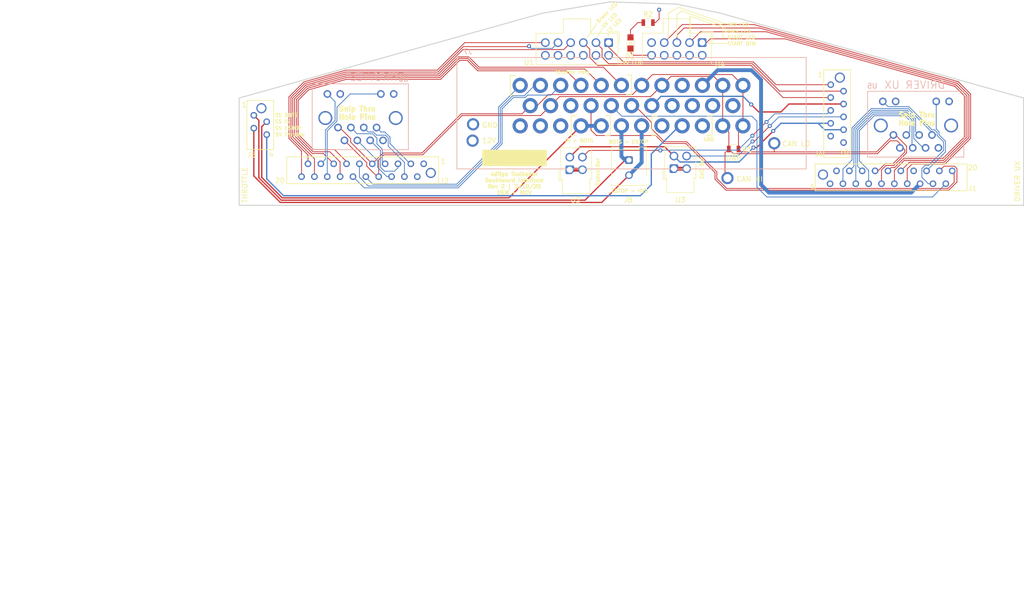
<source format=kicad_pcb>
(kicad_pcb (version 20171130) (host pcbnew 5.0.2-bee76a0~70~ubuntu18.04.1)
  (layers (0 F.Cu signal) (1 In1.Cu power hide) (2 In2.Cu power hide) (31 B.Cu signal) (34 B.Paste user) (35 F.Paste user) (36 B.SilkS user) (37 F.SilkS user) (38 B.Mask user) (39 F.Mask user) (44 Edge.Cuts user))
  (net 0 "")
  (net 1 /MOSI_DUX)
  (net 2 /5V_DUX)
  (net 3 GND)
  (net 4 /RESET_DUX)
  (net 5 +12V)
  (net 6 /MISO_DUX)
  (net 7 /SCK_DUX)
  (net 8 /CAN+)
  (net 9 /CAN-)
  (net 10 /START_BTN)
  (net 11 /START_LED)
  (net 12 /BMS_LED)
  (net 13 /IMD_LED)
  (net 14 /RTD_LSD)
  (net 15 /RJ45_LED_O_DUX)
  (net 16 /RJ45_LED_G_DUX)
  (net 17 /STEERING_POT_SENSE)
  (net 18 /DRIVE_MODE_-)
  (net 19 /DRIVE_MODE_SENSE)
  (net 20 /DRIVE_MODE_+)
  (net 21 /RJ45_LED_G_THROTTLE)
  (net 22 /RJ45_LED_O_THROTTLE)
  (net 23 /THROTTLE_POT_2_-)
  (net 24 /THROTTLE_POT_2_SENSE)
  (net 25 /THROTTLE_POT_2_+)
  (net 26 /THROTTLE_POT_1_-)
  (net 27 /THROTTLE_POT_1_SENSE)
  (net 28 /THROTTLE_POT_1_+)
  (net 29 /SCK_THROTTLE)
  (net 30 /MISO_THROTTLE)
  (net 31 /RESET_THROTTLE)
  (net 32 /5V_THROTTLE)
  (net 33 /MOSI_THROTTLE)
  (net 34 /5V_LED_BARS)
  (net 35 /SPEED_LED_BAR)
  (net 36 /SOC_LED_BAR)
  (net 37 /BRAKE_LED)
  (net 38 /LV_LED)
  (net 39 /HV_LED)
  (net 40 /5V_STEERING)
  (net 41 /5V_CAN_LOGGER)
  (net 42 /ESTOP>HVD)
  (net 43 /BOTS>ESTOP)
  (net 44 /IS>BOTS)
  (net 45 "Net-(D1-Pad2)")
  (net 46 /STEERING_POT_+)
  (net 47 /STEERING_POT_-)
  (module footprints:RJ45-Vertical (layer B.Cu) (at 94.3102 83.058)
    (fp_text reference U6 (at 15.0368 -2.9464 180) (layer B.SilkS) (effects (justify mirror)))
    (fp_text value RJ45_VT hide)
    (pad 12 thru_hole circle (at 0 0) (size 1.5 1.5) (drill 0.95) (layers *.Cu *.Mask) (net 21 /RJ45_LED_G_THROTTLE))
    (pad 11 thru_hole circle (at 2.54 0) (size 1.5 1.5) (drill 0.95) (layers *.Cu *.Mask) (net 3 GND))
    (pad 9 thru_hole circle (at 13.1 0) (size 1.5 1.5) (drill 0.95) (layers *.Cu *.Mask) (net 3 GND))
    (pad 10 thru_hole circle (at 10.56 0) (size 1.5 1.5) (drill 0.95) (layers *.Cu *.Mask) (net 22 /RJ45_LED_O_THROTTLE))
    (pad 1 thru_hole circle (at 2.1 6.63) (size 1.5 1.5) (drill 0.95) (layers *.Cu *.Mask) (net 9 /CAN-))
    (pad 3 thru_hole circle (at 4.64 6.63) (size 1.5 1.5) (drill 0.95) (layers *.Cu *.Mask) (net 31 /RESET_THROTTLE))
    (pad 5 thru_hole circle (at 7.18 6.63) (size 1.5 1.5) (drill 0.95) (layers *.Cu *.Mask) (net 30 /MISO_THROTTLE))
    (pad 7 thru_hole circle (at 9.72 6.63) (size 1.5 1.5) (drill 0.95) (layers *.Cu *.Mask) (net 32 /5V_THROTTLE))
    (pad 2 thru_hole circle (at 3.37 9.17) (size 1.5 1.5) (drill 0.95) (layers *.Cu *.Mask) (net 8 /CAN+))
    (pad 4 thru_hole circle (at 5.91 9.17) (size 1.5 1.5) (drill 0.95) (layers *.Cu *.Mask) (net 29 /SCK_THROTTLE))
    (pad 6 thru_hole circle (at 8.45 9.17) (size 1.5 1.5) (drill 0.95) (layers *.Cu *.Mask B.Paste) (net 33 /MOSI_THROTTLE))
    (pad 8 thru_hole circle (at 10.99 9.17) (size 1.5 1.5) (drill 0.95) (layers *.Cu *.Mask) (net 3 GND))
    (pad 13 thru_hole circle (at -0.4 4.75) (size 2.75 2.75) (drill 2.18) (layers *.Cu *.Mask) (net 3 GND))
    (pad 14 thru_hole circle (at 13.5 4.75) (size 2.75 2.75) (drill 2.18) (layers *.Cu *.Mask) (net 3 GND))
  )
  (module footprints:Ampseal_35 (layer B.Cu) (at 125.8878 84.8562)
    (fp_text reference J7 (at -3.81 -10.16) (layer B.SilkS) (effects (justify mirror)))
    (fp_text value Ampseal_35_VT hide)
    (pad "" np_thru_hole circle (at 57 0) (size 2.85 2.85) (drill 2.85) (layers *.Cu *.Mask))
    (pad "" np_thru_hole circle (at 61.7 -6.8) (size 2 2) (drill 2) (layers *.Cu *.Mask))
    (pad "" np_thru_hole circle (at -4.7 -6.8) (size 2 2) (drill 2) (layers *.Cu *.Mask))
    (pad "" np_thru_hole circle (at 60.2 11.3) (size 2 2) (drill 2) (layers *.Cu *.Mask))
    (pad "" np_thru_hole circle (at -3.2 11.3) (size 2 2) (drill 2) (layers *.Cu *.Mask))
    (pad 31 thru_hole circle (at 34.5 -3.5) (size 3 3) (drill 1.75) (layers *.Cu *.Mask) (net 8 /CAN+))
    (pad 25 thru_hole circle (at 10.5 -3.5) (size 3 3) (drill 1.75) (layers *.Cu *.Mask) (net 27 /THROTTLE_POT_1_SENSE))
    (pad 26 thru_hole circle (at 14.5 -3.5) (size 3 3) (drill 1.75) (layers *.Cu *.Mask) (net 26 /THROTTLE_POT_1_-))
    (pad 27 thru_hole circle (at 18.5 -3.5) (size 3 3) (drill 1.75) (layers *.Cu *.Mask) (net 25 /THROTTLE_POT_2_+))
    (pad 28 thru_hole circle (at 22.5 -3.5) (size 3 3) (drill 1.75) (layers *.Cu *.Mask) (net 24 /THROTTLE_POT_2_SENSE))
    (pad 29 thru_hole circle (at 26.5 -3.5) (size 3 3) (drill 1.75) (layers *.Cu *.Mask) (net 23 /THROTTLE_POT_2_-))
    (pad 30 thru_hole circle (at 30.5 -3.5) (size 3 3) (drill 1.75) (layers *.Cu *.Mask) (net 9 /CAN-))
    (pad 14 thru_hole circle (at 12.5 0.5) (size 3 3) (drill 1.75) (layers *.Cu *.Mask) (net 8 /CAN+))
    (pad 15 thru_hole circle (at 16.5 0.5) (size 3 3) (drill 1.75) (layers *.Cu *.Mask) (net 3 GND))
    (pad 17 thru_hole circle (at 24.5 0.5) (size 3 3) (drill 1.75) (layers *.Cu *.Mask) (net 17 /STEERING_POT_SENSE))
    (pad 16 thru_hole circle (at 20.5 0.5) (size 3 3) (drill 1.75) (layers *.Cu *.Mask) (net 46 /STEERING_POT_+))
    (pad 18 thru_hole circle (at 28.5 0.5) (size 3 3) (drill 1.75) (layers *.Cu *.Mask) (net 47 /STEERING_POT_-))
    (pad 19 thru_hole circle (at 32.5 0.5) (size 3 3) (drill 1.75) (layers *.Cu *.Mask) (net 40 /5V_STEERING))
    (pad 7 thru_hole circle (at 30.5 4.5) (size 3 3) (drill 1.75) (layers *.Cu *.Mask) (net 42 /ESTOP>HVD))
    (pad 6 thru_hole circle (at 26.5 4.5) (size 3 3) (drill 1.75) (layers *.Cu *.Mask) (net 43 /BOTS>ESTOP))
    (pad 4 thru_hole circle (at 18.5 4.5) (size 3 3) (drill 1.75) (layers *.Cu *.Mask) (net 44 /IS>BOTS))
    (pad 5 thru_hole circle (at 22.5 4.5) (size 3 3) (drill 1.75) (layers *.Cu *.Mask) (net 44 /IS>BOTS))
    (pad 3 thru_hole circle (at 14.5 4.5) (size 3 3) (drill 1.75) (layers *.Cu *.Mask) (net 5 +12V))
    (pad 2 thru_hole circle (at 10.5 4.5) (size 3 3) (drill 1.75) (layers *.Cu *.Mask) (net 5 +12V))
    (pad 24 thru_hole circle (at 6.5 -3.5) (size 3 3) (drill 1.75) (layers *.Cu *.Mask) (net 28 /THROTTLE_POT_1_+))
    (pad 13 thru_hole circle (at 8.5 0.5) (size 3 3) (drill 1.75) (layers *.Cu *.Mask) (net 9 /CAN-))
    (pad 1 thru_hole circle (at 6.5 4.5) (size 3 3) (drill 1.75) (layers *.Cu *.Mask) (net 3 GND))
    (pad "" np_thru_hole circle (at 0 0) (size 2.85 2.85) (drill 2.85) (layers *.Cu *.Mask))
    (pad 8 thru_hole circle (at 34.5 4.5) (size 3 3) (drill 1.75) (layers *.Cu *.Mask) (net 3 GND))
    (pad 20 thru_hole circle (at 36.5 0.5) (size 3 3) (drill 1.75) (layers *.Cu *.Mask) (net 3 GND))
    (pad 32 thru_hole circle (at 38.5 -3.5) (size 3 3) (drill 1.75) (layers *.Cu *.Mask) (net 3 GND))
    (pad 9 thru_hole circle (at 38.5 4.5) (size 3 3) (drill 1.75) (layers *.Cu *.Mask) (net 41 /5V_CAN_LOGGER))
    (pad 33 thru_hole circle (at 42.5 -3.5) (size 3 3) (drill 1.75) (layers *.Cu *.Mask) (net 14 /RTD_LSD))
    (pad 21 thru_hole circle (at 40.5 0.5) (size 3 3) (drill 1.75) (layers *.Cu *.Mask) (net 5 +12V))
    (pad 10 thru_hole circle (at 42.5 4.5) (size 3 3) (drill 1.75) (layers *.Cu *.Mask) (net 3 GND))
    (pad 34 thru_hole circle (at 46.5 -3.5) (size 3 3) (drill 1.75) (layers *.Cu *.Mask) (net 8 /CAN+))
    (pad 22 thru_hole circle (at 44.5 0.5) (size 3 3) (drill 1.75) (layers *.Cu *.Mask) (net 5 +12V))
    (pad 11 thru_hole circle (at 46.5 4.5) (size 3 3) (drill 1.75) (layers *.Cu *.Mask) (net 8 /CAN+))
    (pad 35 thru_hole circle (at 50.5 -3.5) (size 3 3) (drill 1.75) (layers *.Cu *.Mask) (net 9 /CAN-))
    (pad 23 thru_hole circle (at 48.5 0.5) (size 3 3) (drill 1.75) (layers *.Cu *.Mask) (net 3 GND))
    (pad 12 thru_hole circle (at 50.5 4.5) (size 3 3) (drill 1.75) (layers *.Cu *.Mask) (net 9 /CAN-))
  )
  (module footprints:tp_1.6mm (layer F.Cu) (at 123.0884 89.0524)
    (fp_text reference GND (at 3.3274 0.1778) (layer F.SilkS))
    (fp_text value TestPoint hide)
    (pad 1 thru_hole circle (at 0 0) (size 2.4 2.4) (drill 1.6) (layers *.Cu *.Mask) (net 3 GND))
  )
  (module footprints:tp_1.6mm (layer F.Cu) (at 182.5752 92.7862)
    (fp_text reference "CAN LO" (at 4.3688 0.1016) (layer F.SilkS))
    (fp_text value TestPoint hide)
    (pad 1 thru_hole circle (at 0 0) (size 2.4 2.4) (drill 1.6) (layers *.Cu *.Mask) (net 9 /CAN-))
  )
  (module footprints:tp_1.6mm (layer F.Cu) (at 173.3296 99.6696)
    (fp_text reference "CAN HI" (at 4.3688 0.2032) (layer F.SilkS))
    (fp_text value TestPoint hide)
    (pad 1 thru_hole circle (at 0 0) (size 2.4 2.4) (drill 1.6) (layers *.Cu *.Mask) (net 8 /CAN+))
  )
  (module footprints:tp_1.6mm (layer F.Cu) (at 122.9868 92.2782)
    (fp_text reference 12V (at 3.2512 -0.0254) (layer F.SilkS))
    (fp_text value TestPoint hide)
    (pad 1 thru_hole circle (at 0 0) (size 2.4 2.4) (drill 1.6) (layers *.Cu *.Mask) (net 5 +12V))
  )
  (module footprints:R_0805_OEM (layer F.Cu) (at 157.6578 68.961)
    (fp_text reference R2 (at 0 -1.65) (layer F.SilkS))
    (fp_text value R_1K hide)
    (pad 2 smd rect (at 0.95 0) (size 0.7 1.3) (layers F.Cu F.Paste F.Mask) (net 5 +12V))
    (pad 1 smd rect (at -0.95 0) (size 0.7 1.3) (layers F.Cu F.Paste F.Mask) (net 45 "Net-(D1-Pad2)"))
  )
  (module footprints:LED_0805_OEM (layer F.Cu) (at 154.178 72.9742 90)
    (fp_text reference D1 (at -2.7432 -0.0762 180) (layer F.SilkS))
    (fp_text value LED_0805 hide)
    (pad 1 smd rect (at -1.1 0 270) (size 1.2 1.2) (layers F.Cu F.Paste F.Mask) (net 3 GND))
    (pad 2 smd rect (at 1.1 0 270) (size 1.2 1.2) (layers F.Cu F.Paste F.Mask) (net 45 "Net-(D1-Pad2)"))
  )
  (module Connector_Molex:Molex_Nano-Fit_105310-xx12_2x06_P2.50mm_Vertical (layer F.Cu) (at 149.86 72.9234 270)
    (fp_text reference U1 (at 3.937 15.7226) (layer F.SilkS))
    (fp_text value Nanofit_12 hide)
    (pad 1 thru_hole roundrect (at 0 0 270) (size 1.7 1.7) (drill 1.2) (layers *.Cu *.Mask) (roundrect_rratio 0.147059) (net 38 /LV_LED))
    (pad 2 thru_hole circle (at 0 2.5 270) (size 1.7 1.7) (drill 1.2) (layers *.Cu *.Mask) (net 39 /HV_LED))
    (pad 3 thru_hole circle (at 0 5 270) (size 1.7 1.7) (drill 1.2) (layers *.Cu *.Mask) (net 37 /BRAKE_LED))
    (pad 4 thru_hole circle (at 0 7.5 270) (size 1.7 1.7) (drill 1.2) (layers *.Cu *.Mask) (net 20 /DRIVE_MODE_+))
    (pad 5 thru_hole circle (at 0 10 270) (size 1.7 1.7) (drill 1.2) (layers *.Cu *.Mask) (net 19 /DRIVE_MODE_SENSE))
    (pad 6 thru_hole circle (at 0 12.5 270) (size 1.7 1.7) (drill 1.2) (layers *.Cu *.Mask) (net 18 /DRIVE_MODE_-))
    (pad 7 thru_hole circle (at 2.5 0 270) (size 1.7 1.7) (drill 1.2) (layers *.Cu *.Mask) (net 3 GND))
    (pad 8 thru_hole circle (at 2.5 2.5 270) (size 1.7 1.7) (drill 1.2) (layers *.Cu *.Mask) (net 3 GND))
    (pad 9 thru_hole circle (at 2.5 5 270) (size 1.7 1.7) (drill 1.2) (layers *.Cu *.Mask) (net 3 GND))
    (pad 10 thru_hole circle (at 2.5 7.5 270) (size 1.7 1.7) (drill 1.2) (layers *.Cu *.Mask) (net 3 GND))
    (pad 11 thru_hole circle (at 2.5 10 270) (size 1.7 1.7) (drill 1.2) (layers *.Cu *.Mask) (net 3 GND))
    (pad 12 thru_hole circle (at 2.5 12.5 270) (size 1.7 1.7) (drill 1.2) (layers *.Cu *.Mask) (net 3 GND))
    (pad "" np_thru_hole circle (at -1.34 6.25 270) (size 1.3 1.3) (drill 1.3) (layers *.Cu *.Mask))
  )
  (module footprints:RJ45-Vertical (layer B.Cu) (at 204.0128 84.5312)
    (fp_text reference U5 (at -2.0828 -3.048) (layer B.SilkS) (effects (justify mirror)))
    (fp_text value RJ45_VT hide)
    (pad 14 thru_hole circle (at 13.5 4.75) (size 2.75 2.75) (drill 2.18) (layers *.Cu *.Mask) (net 3 GND))
    (pad 13 thru_hole circle (at -0.4 4.75) (size 2.75 2.75) (drill 2.18) (layers *.Cu *.Mask) (net 3 GND))
    (pad 8 thru_hole circle (at 10.99 9.17) (size 1.5 1.5) (drill 0.95) (layers *.Cu *.Mask) (net 3 GND))
    (pad 6 thru_hole circle (at 8.45 9.17) (size 1.5 1.5) (drill 0.95) (layers *.Cu *.Mask B.Paste) (net 1 /MOSI_DUX))
    (pad 4 thru_hole circle (at 5.91 9.17) (size 1.5 1.5) (drill 0.95) (layers *.Cu *.Mask) (net 7 /SCK_DUX))
    (pad 2 thru_hole circle (at 3.37 9.17) (size 1.5 1.5) (drill 0.95) (layers *.Cu *.Mask) (net 8 /CAN+))
    (pad 7 thru_hole circle (at 9.72 6.63) (size 1.5 1.5) (drill 0.95) (layers *.Cu *.Mask) (net 2 /5V_DUX))
    (pad 5 thru_hole circle (at 7.18 6.63) (size 1.5 1.5) (drill 0.95) (layers *.Cu *.Mask) (net 6 /MISO_DUX))
    (pad 3 thru_hole circle (at 4.64 6.63) (size 1.5 1.5) (drill 0.95) (layers *.Cu *.Mask) (net 4 /RESET_DUX))
    (pad 1 thru_hole circle (at 2.1 6.63) (size 1.5 1.5) (drill 0.95) (layers *.Cu *.Mask) (net 9 /CAN-))
    (pad 10 thru_hole circle (at 10.56 0) (size 1.5 1.5) (drill 0.95) (layers *.Cu *.Mask) (net 15 /RJ45_LED_O_DUX))
    (pad 9 thru_hole circle (at 13.1 0) (size 1.5 1.5) (drill 0.95) (layers *.Cu *.Mask) (net 3 GND))
    (pad 11 thru_hole circle (at 2.54 0) (size 1.5 1.5) (drill 0.95) (layers *.Cu *.Mask) (net 3 GND))
    (pad 12 thru_hole circle (at 0 0) (size 1.5 1.5) (drill 0.95) (layers *.Cu *.Mask) (net 16 /RJ45_LED_G_DUX))
  )
  (module footprints:micromatch_female_vert_20 (layer F.Cu) (at 108.2548 96.8502 270)
    (fp_text reference J2 (at 3.3782 -9.1694) (layer F.SilkS))
    (fp_text value MM_F_VT_20 hide)
    (fp_text user 1 (at -0.4572 -8.9408) (layer F.SilkS))
    (fp_text user 20 (at 3.302 23.3172) (layer F.SilkS))
    (pad 21 thru_hole circle (at 1.8 -6.48 270) (size 2 2) (drill 1.5) (layers *.Cu *.Mask))
    (pad 20 thru_hole circle (at 2.54 19.05 270) (size 1.3 1.3) (drill 0.8) (layers *.Cu *.Mask) (net 18 /DRIVE_MODE_-))
    (pad 19 thru_hole circle (at 0 17.78 270) (size 1.3 1.3) (drill 0.8) (layers *.Cu *.Mask) (net 19 /DRIVE_MODE_SENSE))
    (pad 18 thru_hole circle (at 2.54 16.51 270) (size 1.3 1.3) (drill 0.8) (layers *.Cu *.Mask) (net 20 /DRIVE_MODE_+))
    (pad 17 thru_hole circle (at 0 15.24 270) (size 1.3 1.3) (drill 0.8) (layers *.Cu *.Mask) (net 21 /RJ45_LED_G_THROTTLE))
    (pad 16 thru_hole circle (at 2.54 13.97 270) (size 1.3 1.3) (drill 0.8) (layers *.Cu *.Mask) (net 22 /RJ45_LED_O_THROTTLE))
    (pad 15 thru_hole circle (at 0 12.7 270) (size 1.3 1.3) (drill 0.8) (layers *.Cu *.Mask) (net 23 /THROTTLE_POT_2_-))
    (pad 14 thru_hole circle (at 2.54 11.43 270) (size 1.3 1.3) (drill 0.8) (layers *.Cu *.Mask) (net 24 /THROTTLE_POT_2_SENSE))
    (pad 13 thru_hole circle (at 0 10.16 270) (size 1.3 1.3) (drill 0.8) (layers *.Cu *.Mask) (net 25 /THROTTLE_POT_2_+))
    (pad 12 thru_hole circle (at 2.54 8.89 270) (size 1.3 1.3) (drill 0.8) (layers *.Cu *.Mask) (net 26 /THROTTLE_POT_1_-))
    (pad 11 thru_hole circle (at 0 7.62 270) (size 1.3 1.3) (drill 0.8) (layers *.Cu *.Mask) (net 27 /THROTTLE_POT_1_SENSE))
    (pad 10 thru_hole circle (at 2.54 6.35 270) (size 1.3 1.3) (drill 0.8) (layers *.Cu *.Mask) (net 28 /THROTTLE_POT_1_+))
    (pad 9 thru_hole circle (at 0 5.08 270) (size 1.3 1.3) (drill 0.8) (layers *.Cu *.Mask) (net 9 /CAN-))
    (pad 8 thru_hole circle (at 2.54 3.81 270) (size 1.3 1.3) (drill 0.8) (layers *.Cu *.Mask) (net 8 /CAN+))
    (pad 6 thru_hole circle (at 2.54 1.27 270) (size 1.3 1.3) (drill 0.8) (layers *.Cu *.Mask) (net 29 /SCK_THROTTLE))
    (pad 4 thru_hole circle (at 2.54 -1.27 270) (size 1.3 1.3) (drill 0.8) (layers *.Cu *.Mask) (net 30 /MISO_THROTTLE))
    (pad 2 thru_hole circle (at 2.54 -3.81 270) (size 1.3 1.3) (drill 0.8) (layers *.Cu *.Mask) (net 5 +12V))
    (pad 7 thru_hole circle (at 0 2.54 270) (size 1.3 1.3) (drill 0.8) (layers *.Cu *.Mask) (net 31 /RESET_THROTTLE))
    (pad 1 thru_hole circle (at 0 -5.08 270) (size 1.3 1.3) (drill 0.8) (layers *.Cu *.Mask) (net 3 GND))
    (pad 3 thru_hole circle (at 0 -2.54 270) (size 1.3 1.3) (drill 0.8) (layers *.Cu *.Mask) (net 32 /5V_THROTTLE))
    (pad 5 thru_hole circle (at 0 0 270) (size 1.3 1.3) (drill 0.8) (layers *.Cu *.Mask) (net 33 /MOSI_THROTTLE))
  )
  (module footprints:micromatch_female_vert_20 (layer F.Cu) (at 198.6788 100.7872 90)
    (fp_text reference J1 (at -0.9144 23.0378) (layer F.SilkS))
    (fp_text value MM_F_VT_20 hide)
    (fp_text user 20 (at 3.175 23.0886) (layer F.SilkS))
    (fp_text user 1 (at -0.6096 -8.5598) (layer F.SilkS))
    (pad 5 thru_hole circle (at 0 0 90) (size 1.3 1.3) (drill 0.8) (layers *.Cu *.Mask) (net 1 /MOSI_DUX))
    (pad 3 thru_hole circle (at 0 -2.54 90) (size 1.3 1.3) (drill 0.8) (layers *.Cu *.Mask) (net 2 /5V_DUX))
    (pad 1 thru_hole circle (at 0 -5.08 90) (size 1.3 1.3) (drill 0.8) (layers *.Cu *.Mask) (net 3 GND))
    (pad 7 thru_hole circle (at 0 2.54 90) (size 1.3 1.3) (drill 0.8) (layers *.Cu *.Mask) (net 4 /RESET_DUX))
    (pad 2 thru_hole circle (at 2.54 -3.81 90) (size 1.3 1.3) (drill 0.8) (layers *.Cu *.Mask) (net 5 +12V))
    (pad 4 thru_hole circle (at 2.54 -1.27 90) (size 1.3 1.3) (drill 0.8) (layers *.Cu *.Mask) (net 6 /MISO_DUX))
    (pad 6 thru_hole circle (at 2.54 1.27 90) (size 1.3 1.3) (drill 0.8) (layers *.Cu *.Mask) (net 7 /SCK_DUX))
    (pad 8 thru_hole circle (at 2.54 3.81 90) (size 1.3 1.3) (drill 0.8) (layers *.Cu *.Mask) (net 8 /CAN+))
    (pad 9 thru_hole circle (at 0 5.08 90) (size 1.3 1.3) (drill 0.8) (layers *.Cu *.Mask) (net 9 /CAN-))
    (pad 10 thru_hole circle (at 2.54 6.35 90) (size 1.3 1.3) (drill 0.8) (layers *.Cu *.Mask) (net 10 /START_BTN))
    (pad 11 thru_hole circle (at 0 7.62 90) (size 1.3 1.3) (drill 0.8) (layers *.Cu *.Mask) (net 11 /START_LED))
    (pad 12 thru_hole circle (at 2.54 8.89 90) (size 1.3 1.3) (drill 0.8) (layers *.Cu *.Mask) (net 12 /BMS_LED))
    (pad 13 thru_hole circle (at 0 10.16 90) (size 1.3 1.3) (drill 0.8) (layers *.Cu *.Mask) (net 13 /IMD_LED))
    (pad 14 thru_hole circle (at 2.54 11.43 90) (size 1.3 1.3) (drill 0.8) (layers *.Cu *.Mask) (net 3 GND))
    (pad 15 thru_hole circle (at 0 12.7 90) (size 1.3 1.3) (drill 0.8) (layers *.Cu *.Mask) (net 14 /RTD_LSD))
    (pad 16 thru_hole circle (at 2.54 13.97 90) (size 1.3 1.3) (drill 0.8) (layers *.Cu *.Mask) (net 15 /RJ45_LED_O_DUX))
    (pad 17 thru_hole circle (at 0 15.24 90) (size 1.3 1.3) (drill 0.8) (layers *.Cu *.Mask) (net 16 /RJ45_LED_G_DUX))
    (pad 18 thru_hole circle (at 2.54 16.51 90) (size 1.3 1.3) (drill 0.8) (layers *.Cu *.Mask) (net 46 /STEERING_POT_+))
    (pad 19 thru_hole circle (at 0 17.78 90) (size 1.3 1.3) (drill 0.8) (layers *.Cu *.Mask) (net 17 /STEERING_POT_SENSE))
    (pad 20 thru_hole circle (at 2.54 19.05 90) (size 1.3 1.3) (drill 0.8) (layers *.Cu *.Mask) (net 47 /STEERING_POT_-))
    (pad 21 thru_hole circle (at 1.8 -6.48 90) (size 2 2) (drill 1.5) (layers *.Cu *.Mask))
  )
  (module Connector_Molex:Molex_Nano-Fit_105310-xx10_2x05_P2.50mm_Vertical (layer F.Cu) (at 168.3436 72.9126 270)
    (fp_text reference U4 (at 4.3288 -3.5128) (layer F.SilkS))
    (fp_text value Nanofit_10 hide)
    (pad 1 thru_hole roundrect (at 0 0 270) (size 1.7 1.7) (drill 1.2) (layers *.Cu *.Mask) (roundrect_rratio 0.147059) (net 10 /START_BTN))
    (pad 2 thru_hole circle (at 0 2.5 270) (size 1.7 1.7) (drill 1.2) (layers *.Cu *.Mask) (net 11 /START_LED))
    (pad 3 thru_hole circle (at 0 5 270) (size 1.7 1.7) (drill 1.2) (layers *.Cu *.Mask) (net 12 /BMS_LED))
    (pad 4 thru_hole circle (at 0 7.5 270) (size 1.7 1.7) (drill 1.2) (layers *.Cu *.Mask) (net 13 /IMD_LED))
    (pad 5 thru_hole circle (at 0 10 270) (size 1.7 1.7) (drill 1.2) (layers *.Cu *.Mask) (net 3 GND))
    (pad 6 thru_hole circle (at 2.5 0 270) (size 1.7 1.7) (drill 1.2) (layers *.Cu *.Mask) (net 3 GND))
    (pad 7 thru_hole circle (at 2.5 2.5 270) (size 1.7 1.7) (drill 1.2) (layers *.Cu *.Mask) (net 3 GND))
    (pad 8 thru_hole circle (at 2.5 5 270) (size 1.7 1.7) (drill 1.2) (layers *.Cu *.Mask) (net 3 GND))
    (pad 9 thru_hole circle (at 2.5 7.5 270) (size 1.7 1.7) (drill 1.2) (layers *.Cu *.Mask) (net 3 GND))
    (pad 10 thru_hole circle (at 2.5 10 270) (size 1.7 1.7) (drill 1.2) (layers *.Cu *.Mask) (net 3 GND))
    (pad "" np_thru_hole circle (at -1.34 3.75 270) (size 1.3 1.3) (drill 1.3) (layers *.Cu *.Mask))
  )
  (module Connector_Molex:Molex_Nano-Fit_105310-xx04_2x02_P2.50mm_Vertical (layer F.Cu) (at 142.1892 98.0294 90)
    (fp_text reference U2 (at -5.9582 1.143 180) (layer F.SilkS))
    (fp_text value Nanofit_4 hide)
    (pad 1 thru_hole custom (at 0 0 90) (size 1.417157 1.417157) (drill 1.2) (layers *.Cu *.Mask) (net 3 GND) (options (clearance outline) (anchor circle)) (primitives (gr_poly (pts (xy -0.6 -0.6) (xy 0.6 -0.6) (xy 0.6 0.6) (xy -0.2 0.6) (xy -0.6 0.2)) (width 0.5))))
    (pad 2 thru_hole circle (at 0 2.5 90) (size 1.7 1.7) (drill 1.2) (layers *.Cu *.Mask) (net 3 GND))
    (pad 3 thru_hole circle (at 2.5 0 90) (size 1.7 1.7) (drill 1.2) (layers *.Cu *.Mask) (net 34 /5V_LED_BARS))
    (pad 4 thru_hole circle (at 2.5 2.5 90) (size 1.7 1.7) (drill 1.2) (layers *.Cu *.Mask) (net 35 /SPEED_LED_BAR))
    (pad "" np_thru_hole circle (at -1.34 1.25 90) (size 1.3 1.3) (drill 1.3) (layers *.Cu *.Mask))
  )
  (module footprints:micromatch_female_vert_4 (layer F.Cu) (at 79.7814 92.3544)
    (fp_text reference J5 (at -0.4572 2.7432) (layer F.SilkS))
    (fp_text value MM_F_VT_04 hide)
    (fp_text user 1 (at -1.905 -7.1628) (layer F.SilkS))
    (fp_text user 4 (at 3.429 2.6416) (layer F.SilkS))
    (pad 5 thru_hole circle (at 1.5 -6.48) (size 2 2) (drill 1.5) (layers *.Cu *.Mask))
    (pad 4 thru_hole circle (at 2.54 -1.27) (size 1.3 1.3) (drill 0.8) (layers *.Cu *.Mask) (net 41 /5V_CAN_LOGGER))
    (pad 2 thru_hole circle (at 2.54 -3.81) (size 1.3 1.3) (drill 0.8) (layers *.Cu *.Mask) (net 44 /IS>BOTS))
    (pad 1 thru_hole circle (at 0 -5.08) (size 1.3 1.3) (drill 0.8) (layers *.Cu *.Mask) (net 43 /BOTS>ESTOP))
    (pad 3 thru_hole circle (at 0 -2.54) (size 1.3 1.3) (drill 0.8) (layers *.Cu *.Mask) (net 42 /ESTOP>HVD))
  )
  (module Connector_Molex:Molex_Nano-Fit_105310-xx04_2x02_P2.50mm_Vertical (layer F.Cu) (at 162.7632 97.8154 90)
    (fp_text reference U3 (at -6.1722 1.27 180) (layer F.SilkS))
    (fp_text value Nanofit_4 hide)
    (pad "" np_thru_hole circle (at -1.34 1.25 90) (size 1.3 1.3) (drill 1.3) (layers *.Cu *.Mask))
    (pad 4 thru_hole circle (at 2.5 2.5 90) (size 1.7 1.7) (drill 1.2) (layers *.Cu *.Mask) (net 36 /SOC_LED_BAR))
    (pad 3 thru_hole circle (at 2.5 0 90) (size 1.7 1.7) (drill 1.2) (layers *.Cu *.Mask) (net 34 /5V_LED_BARS))
    (pad 2 thru_hole circle (at 0 2.5 90) (size 1.7 1.7) (drill 1.2) (layers *.Cu *.Mask) (net 3 GND))
    (pad 1 thru_hole custom (at 0 0 90) (size 1.417157 1.417157) (drill 1.2) (layers *.Cu *.Mask) (net 3 GND) (options (clearance outline) (anchor circle)) (primitives (gr_poly (pts (xy -0.6 -0.6) (xy 0.6 -0.6) (xy 0.6 0.6) (xy -0.2 0.6) (xy -0.6 0.2)) (width 0.5))))
  )
  (module footprints:micromatch_female_vert_10 (layer F.Cu) (at 194.9958 86.9442)
    (fp_text reference J4 (at -3.6068 8.0772 180) (layer F.SilkS))
    (fp_text value MM_F_VT_10 hide)
    (fp_text user 1 (at -3.3528 -7.7216 180) (layer F.SilkS))
    (fp_text user 10 (at 1.3716 7.6708 180) (layer F.SilkS))
    (pad 11 thru_hole circle (at 0.53 -7.115) (size 2 2) (drill 1.5) (layers *.Cu *.Mask))
    (pad 10 thru_hole circle (at 1.27 5.715) (size 1.3 1.3) (drill 0.8) (layers *.Cu *.Mask) (net 3 GND))
    (pad 9 thru_hole circle (at -1.27 4.445) (size 1.3 1.3) (drill 0.8) (layers *.Cu *.Mask) (net 3 GND))
    (pad 8 thru_hole circle (at 1.27 3.175) (size 1.3 1.3) (drill 0.8) (layers *.Cu *.Mask) (net 34 /5V_LED_BARS))
    (pad 6 thru_hole circle (at 1.27 0.635) (size 1.3 1.3) (drill 0.8) (layers *.Cu *.Mask) (net 36 /SOC_LED_BAR))
    (pad 4 thru_hole circle (at 1.27 -1.905) (size 1.3 1.3) (drill 0.8) (layers *.Cu *.Mask) (net 40 /5V_STEERING))
    (pad 2 thru_hole circle (at 1.27 -4.445) (size 1.3 1.3) (drill 0.8) (layers *.Cu *.Mask) (net 39 /HV_LED))
    (pad 7 thru_hole circle (at -1.27 1.905) (size 1.3 1.3) (drill 0.8) (layers *.Cu *.Mask) (net 34 /5V_LED_BARS))
    (pad 1 thru_hole circle (at -1.27 -5.715) (size 1.3 1.3) (drill 0.8) (layers *.Cu *.Mask) (net 38 /LV_LED))
    (pad 3 thru_hole circle (at -1.27 -3.175) (size 1.3 1.3) (drill 0.8) (layers *.Cu *.Mask) (net 37 /BRAKE_LED))
    (pad 5 thru_hole circle (at -1.27 -0.635) (size 1.3 1.3) (drill 0.8) (layers *.Cu *.Mask) (net 35 /SPEED_LED_BAR))
  )
  (module Connector_Molex:Molex_Micro-Fit_3.0_43045-0212_2x01_P3.00mm_Vertical (layer F.Cu) (at 153.8732 96.1136)
    (fp_text reference J8 (at -0.1524 7.874) (layer F.SilkS))
    (fp_text value MicroFit_RA_V_2 hide)
    (pad "" np_thru_hole circle (at -3 3.94) (size 1 1) (drill 1) (layers *.Cu *.Mask))
    (pad "" np_thru_hole circle (at 3 3.94) (size 1 1) (drill 1) (layers *.Cu *.Mask))
    (pad 1 thru_hole roundrect (at 0 0) (size 1.5 1.5) (drill 1) (layers *.Cu *.Mask) (roundrect_rratio 0.166667) (net 43 /BOTS>ESTOP))
    (pad 2 thru_hole circle (at 0 3) (size 1.5 1.5) (drill 1) (layers *.Cu *.Mask) (net 42 /ESTOP>HVD))
  )
  (module footprints:R_0805_OEM (layer F.Cu) (at 174.5488 93.9292 180)
    (fp_text reference R1 (at -2.667 -0.0762) (layer F.SilkS))
    (fp_text value R_120_DNP hide)
    (pad 2 smd rect (at 0.95 0 180) (size 0.7 1.3) (layers F.Cu F.Paste F.Mask) (net 8 /CAN+))
    (pad 1 smd rect (at -0.95 0 180) (size 0.7 1.3) (layers F.Cu F.Paste F.Mask) (net 9 /CAN-))
  )
  (gr_line (start 150.114 64.8716) (end 163.322 65.3034) (layer Edge.Cuts) (width 0.2))
  (gr_line (start 163.322 65.3034) (end 171.831 67.0814) (layer Edge.Cuts) (width 0.2))
  (gr_line (start 136.878155 67.081645) (end 150.114 64.8716) (layer Edge.Cuts) (width 0.2))
  (gr_line (start 172.466 71.9582) (end 173.1264 71.9582) (layer F.SilkS) (width 0.15))
  (gr_line (start 172.4406 69.977) (end 172.466 71.9582) (layer F.SilkS) (width 0.15))
  (gr_line (start 165.9128 67.691) (end 172.4406 69.977) (layer F.SilkS) (width 0.15))
  (gr_line (start 165.8874 71.9328) (end 165.8874 67.691) (layer F.SilkS) (width 0.15))
  (gr_line (start 172.847 70.739) (end 173.2026 70.739) (layer F.SilkS) (width 0.15))
  (gr_line (start 172.847 69.6468) (end 172.847 70.739) (layer F.SilkS) (width 0.15))
  (gr_line (start 164.2872 66.7004) (end 172.847 69.6468) (layer F.SilkS) (width 0.15))
  (gr_line (start 163.3474 67.3608) (end 164.2872 66.7004) (layer F.SilkS) (width 0.15))
  (gr_line (start 163.3474 71.755) (end 163.3474 67.3608) (layer F.SilkS) (width 0.15))
  (gr_line (start 163.6522 65.9384) (end 173.0248 69.215) (layer F.SilkS) (width 0.15))
  (gr_line (start 161.671 67.1322) (end 163.6522 65.9384) (layer F.SilkS) (width 0.15))
  (gr_line (start 161.6456 72.0852) (end 161.671 67.1322) (layer F.SilkS) (width 0.15))
  (gr_text "SS ESTOP" (at 83.8962 89.8144) (layer F.SilkS) (effects (font (size 0.7 0.7)) (justify left)))
  (gr_text "Snip Thru\nHole Pins" (at 100.2284 86.7918) (layer F.SilkS) (effects (font (size 1 1) (thickness 0.25))))
  (gr_text "Snip Thru\nHole Pins" (at 210.7692 87.9856) (layer F.SilkS) (effects (font (size 1 1) (thickness 0.25))))
  (gr_text "Throttle Pots" (at 142.6972 78.74) (layer F.SilkS) (effects (font (size 0.7 0.7))))
  (gr_line (start 131.4704 79.375) (end 130.6576 79.375) (layer F.SilkS) (width 0.15))
  (gr_line (start 130.6576 79.375) (end 130.429 79.375) (layer F.SilkS) (width 0.15))
  (gr_line (start 130.429 83.2866) (end 131.3942 83.2866) (layer F.SilkS) (width 0.15))
  (gr_line (start 130.429 79.375) (end 130.429 83.2866) (layer F.SilkS) (width 0.15))
  (gr_line (start 154.3812 79.3242) (end 153.416 79.3242) (layer F.SilkS) (width 0.15))
  (gr_line (start 154.1526 83.2358) (end 153.3398 83.2358) (layer F.SilkS) (width 0.15))
  (gr_line (start 130.6576 79.375) (end 131.4704 79.375) (layer F.SilkS) (width 0.15))
  (gr_line (start 154.1526 83.2358) (end 154.3812 83.2358) (layer F.SilkS) (width 0.15))
  (gr_line (start 153.3398 83.2358) (end 154.1526 83.2358) (layer F.SilkS) (width 0.15))
  (gr_line (start 154.3812 83.2358) (end 154.3812 79.3242) (layer F.SilkS) (width 0.15))
  (gr_line (start 149.8092 71.6788) (end 149.8092 71.0692) (layer F.SilkS) (width 0.15))
  (gr_line (start 147.6248 71.755) (end 148.6662 70.104) (layer F.SilkS) (width 0.15))
  (gr_line (start 145.6182 72.009) (end 147.5486 69.088) (layer F.SilkS) (width 0.15))
  (gr_line (start 150.2156 87.3252) (end 149.2504 87.3252) (layer F.SilkS) (width 0.15))
  (gr_line (start 149.987 91.2368) (end 149.1742 91.2368) (layer F.SilkS) (width 0.15))
  (gr_line (start 149.987 91.2368) (end 150.2156 91.2368) (layer F.SilkS) (width 0.15))
  (gr_line (start 149.1742 91.2368) (end 149.987 91.2368) (layer F.SilkS) (width 0.15))
  (gr_line (start 150.2156 91.2368) (end 150.2156 87.3252) (layer F.SilkS) (width 0.15))
  (gr_line (start 142.6972 87.376) (end 143.51 87.376) (layer F.SilkS) (width 0.15))
  (gr_line (start 142.6972 87.376) (end 142.4686 87.376) (layer F.SilkS) (width 0.15))
  (gr_line (start 142.4686 91.2876) (end 143.4338 91.2876) (layer F.SilkS) (width 0.15))
  (gr_line (start 143.51 87.376) (end 142.6972 87.376) (layer F.SilkS) (width 0.15))
  (gr_line (start 142.4686 87.376) (end 142.4686 91.2876) (layer F.SilkS) (width 0.15))
  (gr_text "DRIVER UX" (at 210.3374 81.28) (layer B.SilkS) (effects (font (size 1.5 1.5)) (justify mirror)))
  (gr_text THROTTLE (at 104.0638 79.7306) (layer B.SilkS) (effects (font (size 1.5 1.5)) (justify mirror)))
  (gr_text "12V LED" (at 154.1526 76.962) (layer F.SilkS) (effects (font (size 0.7 0.7))))
  (gr_text "DRIVER UX" (at 230.6066 100.3046 90) (layer F.SilkS) (effects (font (size 1 1))))
  (gr_text THROTTLE (at 78.0034 101.0412 90) (layer F.SilkS) (effects (font (size 1 1))))
  (gr_text "Brake LED" (at 149.5552 66.9798 45) (layer F.SilkS) (effects (font (size 0.7 0.7))))
  (gr_text "HV LED" (at 150.0378 68.5292 45) (layer F.SilkS) (effects (font (size 0.7 0.7))))
  (gr_text "LV LED" (at 150.9776 69.5198 45) (layer F.SilkS) (effects (font (size 0.7 0.7))))
  (gr_line (start 169.4688 73.0758) (end 173.1772 73.0758) (layer F.SilkS) (width 0.15))
  (gr_text "IMD LED" (at 175.4378 69.3674) (layer F.SilkS) (effects (font (size 0.7 0.7))))
  (gr_text "BMS LED" (at 175.6156 70.6882) (layer F.SilkS) (effects (font (size 0.7 0.7))))
  (gr_text "START LED" (at 176.0982 71.9074) (layer F.SilkS) (effects (font (size 0.7 0.7))))
  (gr_text "START BTN" (at 176.1236 73.1266) (layer F.SilkS) (effects (font (size 0.7 0.7))))
  (gr_text GND (at 169.672 92.0496) (layer F.SilkS) (effects (font (size 0.7 0.7))))
  (gr_line (start 170.0784 91.313) (end 169.2656 91.313) (layer F.SilkS) (width 0.15))
  (gr_line (start 170.0784 91.313) (end 170.307 91.313) (layer F.SilkS) (width 0.15))
  (gr_line (start 170.307 87.4014) (end 169.3418 87.4014) (layer F.SilkS) (width 0.15))
  (gr_line (start 169.2656 91.313) (end 170.0784 91.313) (layer F.SilkS) (width 0.15))
  (gr_line (start 170.307 91.313) (end 170.307 87.4014) (layer F.SilkS) (width 0.15))
  (gr_line (start 158.4198 91.313) (end 159.385 91.313) (layer F.SilkS) (width 0.15))
  (gr_line (start 158.4198 87.4014) (end 158.4198 91.313) (layer F.SilkS) (width 0.15))
  (gr_line (start 158.6484 87.4014) (end 158.4198 87.4014) (layer F.SilkS) (width 0.15))
  (gr_line (start 159.4612 87.4014) (end 158.6484 87.4014) (layer F.SilkS) (width 0.15))
  (gr_line (start 158.6484 87.4014) (end 159.4612 87.4014) (layer F.SilkS) (width 0.15))
  (gr_text "IS > BOTS" (at 144.0434 92.2782) (layer F.SilkS) (effects (font (size 0.7 0.7))))
  (gr_text "5V Throttle" (at 83.947 91.0844) (layer F.SilkS) (effects (font (size 0.7 0.7)) (justify left)))
  (gr_text "SS IS" (at 83.8454 88.4936) (layer F.SilkS) (effects (font (size 0.7 0.7)) (justify left)))
  (gr_text "SS BOTS" (at 83.8708 87.249) (layer F.SilkS) (effects (font (size 0.7 0.7)) (justify left)))
  (gr_text "ESTOP > HVD" (at 154.0256 102.2096) (layer F.SilkS) (effects (font (size 0.7 0.7))))
  (gr_text "BOTS > ESTOP" (at 153.797 92.5068) (layer F.SilkS) (effects (font (size 0.7 0.7))))
  (gr_text "Speed Bar" (at 147.701 98.4504 90) (layer F.SilkS) (effects (font (size 0.7 0.7))))
  (gr_text "SoC Bar" (at 168.2496 97.7646 90) (layer F.SilkS) (effects (font (size 0.7 0.7))))
  (gr_text DNP (at 174.5742 95.7326) (layer F.SilkS) (effects (font (size 1 1))))
  (gr_poly (pts (xy 137.6172 94.1578) (xy 137.5918 97.2566) (xy 124.9426 97.2312) (xy 124.9426 94.1324)) (layer F.SilkS) (width 0.1))
  (gr_text "Aditya Sudhakar\nDashboard Interface\nRev 2 | 3/10/20\nOEM - MKV" (at 131.2418 100.711) (layer F.SilkS) (effects (font (size 0.762 0.762) (thickness 0.1905))))
  (gr_line (start 231.825798 83.857379) (end 171.831 67.0814) (layer Edge.Cuts) (width 0.2))
  (gr_line (start 76.8858 83.857379) (end 136.878155 67.081645) (layer Edge.Cuts) (width 0.2))
  (gr_line (start 76.8858 83.857379) (end 76.8858 105.050833) (layer Edge.Cuts) (width 0.2))
  (gr_line (start 76.8858 105.050833) (end 231.825798 105.050833) (layer Edge.Cuts) (width 0.2))
  (gr_line (start 231.825798 83.857379) (end 231.825798 105.050833) (layer Edge.Cuts) (width 0.2))
  (segment (start 198.6788 99.867962) (end 198.6788 100.7872) (width 0.1524) (layer B.Cu) (net 1))
  (segment (start 198.6788 90.001816) (end 198.6788 99.867962) (width 0.1524) (layer B.Cu) (net 1))
  (segment (start 202.038025 86.642591) (end 198.6788 90.001816) (width 0.1524) (layer B.Cu) (net 1))
  (segment (start 208.708823 86.642591) (end 202.038025 86.642591) (width 0.1524) (layer B.Cu) (net 1))
  (segment (start 210.1342 91.8718) (end 210.1342 88.067968) (width 0.1524) (layer B.Cu) (net 1))
  (segment (start 211.9636 93.7012) (end 210.1342 91.8718) (width 0.1524) (layer B.Cu) (net 1))
  (segment (start 210.1342 88.067968) (end 208.708823 86.642591) (width 0.1524) (layer B.Cu) (net 1))
  (segment (start 212.4628 93.7012) (end 211.9636 93.7012) (width 0.1524) (layer B.Cu) (net 1))
  (segment (start 197.9422 96.0882) (end 196.1388 97.8916) (width 0.1524) (layer B.Cu) (net 2))
  (segment (start 196.1388 97.8916) (end 196.1388 99.867962) (width 0.1524) (layer B.Cu) (net 2))
  (segment (start 201.746079 85.937769) (end 197.9422 89.741648) (width 0.1524) (layer B.Cu) (net 2))
  (segment (start 209.026169 85.937769) (end 201.746079 85.937769) (width 0.1524) (layer B.Cu) (net 2))
  (segment (start 213.7328 90.6444) (end 209.026169 85.937769) (width 0.1524) (layer B.Cu) (net 2))
  (segment (start 197.9422 89.741648) (end 197.9422 96.0882) (width 0.1524) (layer B.Cu) (net 2))
  (segment (start 196.1388 99.867962) (end 196.1388 100.7872) (width 0.1524) (layer B.Cu) (net 2))
  (segment (start 213.7328 91.1612) (end 213.7328 90.6444) (width 0.1524) (layer B.Cu) (net 2))
  (segment (start 165.2632 97.8154) (end 165.3032 97.8154) (width 0.762) (layer F.Cu) (net 3))
  (segment (start 144.6892 98.0294) (end 144.693 98.0294) (width 0.762) (layer F.Cu) (net 3))
  (segment (start 157.141519 75.4126) (end 158.3436 75.4126) (width 0.1524) (layer F.Cu) (net 3))
  (segment (start 154.764 75.4126) (end 157.141519 75.4126) (width 0.1524) (layer F.Cu) (net 3))
  (segment (start 154.178 74.8266) (end 154.764 75.4126) (width 0.1524) (layer F.Cu) (net 3))
  (segment (start 154.178 74.0742) (end 154.178 74.8266) (width 0.1524) (layer F.Cu) (net 3))
  (segment (start 162.7632 97.8154) (end 162.7886 97.79) (width 0.762) (layer F.Cu) (net 3))
  (segment (start 162.814 97.8154) (end 165.2632 97.8154) (width 0.762) (layer F.Cu) (net 3))
  (segment (start 162.7886 97.79) (end 162.814 97.8154) (width 0.762) (layer F.Cu) (net 3))
  (segment (start 142.1892 98.0294) (end 144.6892 98.0294) (width 0.762) (layer F.Cu) (net 3))
  (segment (start 202.3364 87.3506) (end 208.3816 87.3506) (width 0.1524) (layer B.Cu) (net 4))
  (segment (start 199.39 90.297) (end 202.3364 87.3506) (width 0.1524) (layer B.Cu) (net 4))
  (segment (start 199.39 96.2914) (end 199.39 90.297) (width 0.1524) (layer B.Cu) (net 4))
  (segment (start 209.3468 90.4672) (end 208.6528 91.1612) (width 0.1524) (layer B.Cu) (net 4))
  (segment (start 208.3816 87.3506) (end 209.3468 88.3158) (width 0.1524) (layer B.Cu) (net 4))
  (segment (start 199.897178 96.8248) (end 199.897178 96.798578) (width 0.1524) (layer B.Cu) (net 4))
  (segment (start 199.897178 96.798578) (end 199.39 96.2914) (width 0.1524) (layer B.Cu) (net 4))
  (segment (start 201.2188 98.146422) (end 199.897178 96.8248) (width 0.1524) (layer B.Cu) (net 4))
  (segment (start 209.3468 88.3158) (end 209.3468 90.4672) (width 0.1524) (layer B.Cu) (net 4))
  (segment (start 201.2188 100.7872) (end 201.2188 98.146422) (width 0.1524) (layer B.Cu) (net 4))
  (via (at 159.8422 66.421) (size 0.8) (drill 0.4) (layers F.Cu B.Cu) (net 5))
  (segment (start 159.1102 68.961) (end 159.8422 68.229) (width 0.1524) (layer F.Cu) (net 5))
  (segment (start 159.8422 68.229) (end 159.8422 66.421) (width 0.1524) (layer F.Cu) (net 5))
  (segment (start 158.6078 68.961) (end 159.1102 68.961) (width 0.1524) (layer F.Cu) (net 5))
  (segment (start 198.2978 97.3582) (end 198.058799 97.597201) (width 0.1524) (layer B.Cu) (net 6))
  (segment (start 198.058799 97.597201) (end 197.4088 98.2472) (width 0.1524) (layer B.Cu) (net 6))
  (segment (start 198.2978 89.884432) (end 198.2978 97.3582) (width 0.1524) (layer B.Cu) (net 6))
  (segment (start 208.854796 86.29018) (end 201.892051 86.290181) (width 0.1524) (layer B.Cu) (net 6))
  (segment (start 210.4898 87.925184) (end 208.854796 86.29018) (width 0.1524) (layer B.Cu) (net 6))
  (segment (start 210.4898 90.4582) (end 210.4898 87.925184) (width 0.1524) (layer B.Cu) (net 6))
  (segment (start 201.892051 86.290181) (end 198.2978 89.884432) (width 0.1524) (layer B.Cu) (net 6))
  (segment (start 211.1928 91.1612) (end 210.4898 90.4582) (width 0.1524) (layer B.Cu) (net 6))
  (segment (start 199.0344 97.3328) (end 199.0344 90.1446) (width 0.1524) (layer B.Cu) (net 7))
  (segment (start 208.56285 86.995002) (end 209.781789 88.213941) (width 0.1524) (layer B.Cu) (net 7))
  (segment (start 209.781789 93.560189) (end 209.9228 93.7012) (width 0.1524) (layer B.Cu) (net 7))
  (segment (start 209.781789 88.213941) (end 209.781789 93.560189) (width 0.1524) (layer B.Cu) (net 7))
  (segment (start 202.183998 86.995002) (end 208.56285 86.995002) (width 0.1524) (layer B.Cu) (net 7))
  (segment (start 199.0344 90.1446) (end 202.183998 86.995002) (width 0.1524) (layer B.Cu) (net 7))
  (segment (start 199.9488 98.2472) (end 199.0344 97.3328) (width 0.1524) (layer B.Cu) (net 7))
  (segment (start 159.0416 82.7024) (end 160.3878 81.3562) (width 0.1524) (layer F.Cu) (net 8))
  (segment (start 159.0294 82.7024) (end 159.0416 82.7024) (width 0.1524) (layer F.Cu) (net 8))
  (segment (start 140.164001 83.579999) (end 158.151801 83.579999) (width 0.1524) (layer F.Cu) (net 8))
  (segment (start 158.151801 83.579999) (end 159.0294 82.7024) (width 0.1524) (layer F.Cu) (net 8))
  (segment (start 138.3878 85.3562) (end 140.164001 83.579999) (width 0.1524) (layer F.Cu) (net 8))
  (segment (start 170.887801 79.856201) (end 172.3878 81.3562) (width 0.1524) (layer F.Cu) (net 8))
  (segment (start 170.611599 79.579999) (end 170.887801 79.856201) (width 0.1524) (layer F.Cu) (net 8))
  (segment (start 162.164001 79.579999) (end 170.611599 79.579999) (width 0.1524) (layer F.Cu) (net 8))
  (segment (start 160.3878 81.3562) (end 162.164001 79.579999) (width 0.1524) (layer F.Cu) (net 8))
  (segment (start 172.3878 81.3562) (end 172.3878 89.3562) (width 0.1524) (layer F.Cu) (net 8))
  (segment (start 202.5142 98.2472) (end 202.4888 98.2472) (width 0.2) (layer F.Cu) (net 8))
  (segment (start 173.5988 90.5672) (end 172.3878 89.3562) (width 0.1524) (layer F.Cu) (net 8))
  (segment (start 173.5988 93.9292) (end 173.5988 90.5672) (width 0.1524) (layer F.Cu) (net 8))
  (segment (start 208.35939 94.519828) (end 208.35939 94.08479) (width 0.1524) (layer F.Cu) (net 8))
  (segment (start 204.49221 96.82799) (end 206.051228 96.82799) (width 0.1524) (layer F.Cu) (net 8))
  (segment (start 208.35939 94.08479) (end 207.9758 93.7012) (width 0.1524) (layer F.Cu) (net 8))
  (segment (start 206.051228 96.82799) (end 208.35939 94.519828) (width 0.1524) (layer F.Cu) (net 8))
  (segment (start 207.9758 93.7012) (end 207.3828 93.7012) (width 0.1524) (layer F.Cu) (net 8))
  (segment (start 202.4888 98.2472) (end 203.073 98.2472) (width 0.1524) (layer F.Cu) (net 8))
  (segment (start 203.073 98.2472) (end 204.49221 96.82799) (width 0.1524) (layer F.Cu) (net 8))
  (segment (start 174.525001 94.855401) (end 173.5988 93.9292) (width 0.1524) (layer F.Cu) (net 8))
  (segment (start 202.934199 94.855401) (end 174.525001 94.855401) (width 0.1524) (layer F.Cu) (net 8))
  (segment (start 205.486 92.3036) (end 202.934199 94.855401) (width 0.1524) (layer F.Cu) (net 8))
  (segment (start 207.3828 92.8542) (end 206.8322 92.3036) (width 0.1524) (layer F.Cu) (net 8))
  (segment (start 206.8322 92.3036) (end 205.486 92.3036) (width 0.1524) (layer F.Cu) (net 8))
  (segment (start 207.3828 93.7012) (end 207.3828 92.8542) (width 0.1524) (layer F.Cu) (net 8))
  (segment (start 172.847 99.187) (end 173.3296 99.6696) (width 0.1524) (layer F.Cu) (net 8))
  (segment (start 172.847 94.681) (end 172.847 99.187) (width 0.1524) (layer F.Cu) (net 8))
  (segment (start 173.5988 93.9292) (end 172.847 94.681) (width 0.1524) (layer F.Cu) (net 8))
  (segment (start 136.421989 87.322011) (end 136.887801 86.856199) (width 0.1524) (layer F.Cu) (net 8))
  (segment (start 104.4448 99.3902) (end 104.4448 96.0882) (width 0.1524) (layer F.Cu) (net 8))
  (segment (start 104.4448 96.0882) (end 105.460799 95.072201) (width 0.1524) (layer F.Cu) (net 8))
  (segment (start 105.460799 95.072201) (end 113.147384 95.0722) (width 0.1524) (layer F.Cu) (net 8))
  (segment (start 113.147384 95.0722) (end 120.897573 87.322011) (width 0.1524) (layer F.Cu) (net 8))
  (segment (start 120.897573 87.322011) (end 136.421989 87.322011) (width 0.1524) (layer F.Cu) (net 8))
  (segment (start 136.887801 86.856199) (end 138.3878 85.3562) (width 0.1524) (layer F.Cu) (net 8))
  (segment (start 102.0826 97.3074) (end 104.1654 99.3902) (width 0.1524) (layer F.Cu) (net 8))
  (segment (start 104.1654 99.3902) (end 104.4448 99.3902) (width 0.1524) (layer F.Cu) (net 8))
  (segment (start 102.0826 96.6304) (end 102.0826 97.3074) (width 0.1524) (layer F.Cu) (net 8))
  (segment (start 97.6802 92.228) (end 102.0826 96.6304) (width 0.1524) (layer F.Cu) (net 8))
  (segment (start 154.559 83.185) (end 156.3878 81.3562) (width 0.1524) (layer F.Cu) (net 9))
  (segment (start 137.930222 83.185) (end 154.559 83.185) (width 0.1524) (layer F.Cu) (net 9))
  (segment (start 135.759022 85.3562) (end 137.930222 83.185) (width 0.1524) (layer F.Cu) (net 9))
  (segment (start 134.3878 85.3562) (end 135.759022 85.3562) (width 0.1524) (layer F.Cu) (net 9))
  (segment (start 174.887801 79.856201) (end 176.3878 81.3562) (width 0.1524) (layer F.Cu) (net 9))
  (segment (start 174.259189 79.227589) (end 174.887801 79.856201) (width 0.1524) (layer F.Cu) (net 9))
  (segment (start 158.516411 79.227589) (end 174.259189 79.227589) (width 0.1524) (layer F.Cu) (net 9))
  (segment (start 156.3878 81.3562) (end 158.516411 79.227589) (width 0.1524) (layer F.Cu) (net 9))
  (segment (start 176.3878 83.47752) (end 176.3878 89.3562) (width 0.1524) (layer F.Cu) (net 9))
  (segment (start 176.3878 81.3562) (end 176.3878 83.47752) (width 0.1524) (layer F.Cu) (net 9))
  (segment (start 176.0576 94.488) (end 175.4988 93.9292) (width 0.1524) (layer F.Cu) (net 9))
  (segment (start 206.1128 91.1612) (end 202.786 94.488) (width 0.1524) (layer F.Cu) (net 9))
  (segment (start 175.4988 90.2452) (end 176.3878 89.3562) (width 0.1524) (layer F.Cu) (net 9))
  (segment (start 175.4988 93.9292) (end 175.4988 90.2452) (width 0.1524) (layer F.Cu) (net 9))
  (segment (start 208.711801 93.345001) (end 206.528 91.1612) (width 0.1524) (layer F.Cu) (net 9))
  (segment (start 203.7588 100.7872) (end 203.7588 98.059784) (width 0.1524) (layer F.Cu) (net 9))
  (segment (start 208.711801 94.665801) (end 208.711801 93.345001) (width 0.1524) (layer F.Cu) (net 9))
  (segment (start 206.528 91.1612) (end 206.1128 91.1612) (width 0.1524) (layer F.Cu) (net 9))
  (segment (start 206.197202 97.1804) (end 208.711801 94.665801) (width 0.1524) (layer F.Cu) (net 9))
  (segment (start 204.638183 97.180401) (end 206.197202 97.1804) (width 0.1524) (layer F.Cu) (net 9))
  (segment (start 203.7588 98.059784) (end 204.638183 97.180401) (width 0.1524) (layer F.Cu) (net 9))
  (segment (start 182.5752 94.483256) (end 182.5752 92.7862) (width 0.1524) (layer F.Cu) (net 9))
  (segment (start 182.579944 94.488) (end 182.5752 94.483256) (width 0.1524) (layer F.Cu) (net 9))
  (segment (start 182.6006 94.488) (end 182.579944 94.488) (width 0.1524) (layer F.Cu) (net 9))
  (segment (start 202.786 94.488) (end 182.6006 94.488) (width 0.1524) (layer F.Cu) (net 9))
  (segment (start 182.6006 94.488) (end 176.0576 94.488) (width 0.1524) (layer F.Cu) (net 9))
  (segment (start 113.00141 94.71979) (end 120.7516 86.9696) (width 0.1524) (layer F.Cu) (net 9))
  (segment (start 105.30521 94.71979) (end 113.00141 94.71979) (width 0.1524) (layer F.Cu) (net 9))
  (segment (start 132.7744 86.9696) (end 134.3878 85.3562) (width 0.1524) (layer F.Cu) (net 9))
  (segment (start 120.7516 86.9696) (end 132.7744 86.9696) (width 0.1524) (layer F.Cu) (net 9))
  (segment (start 103.1748 96.8502) (end 105.30521 94.71979) (width 0.1524) (layer F.Cu) (net 9))
  (segment (start 101.3206 94.996) (end 103.1748 96.8502) (width 0.1524) (layer F.Cu) (net 9))
  (segment (start 98.9076 92.583) (end 101.3206 94.996) (width 0.1524) (layer F.Cu) (net 9))
  (segment (start 98.9076 91.8718) (end 98.9076 92.583) (width 0.1524) (layer F.Cu) (net 9))
  (segment (start 96.7238 89.688) (end 98.9076 91.8718) (width 0.1524) (layer F.Cu) (net 9))
  (segment (start 96.4102 89.688) (end 96.7238 89.688) (width 0.1524) (layer F.Cu) (net 9))
  (segment (start 169.1936 72.9126) (end 168.3436 72.9126) (width 0.1524) (layer F.Cu) (net 10))
  (segment (start 208.11264 95.8342) (end 215.8492 95.8342) (width 0.1524) (layer F.Cu) (net 10))
  (segment (start 218.219855 81.546574) (end 218.219827 81.546564) (width 0.1524) (layer F.Cu) (net 10))
  (segment (start 218.211631 81.538864) (end 184.676519 72.1614) (width 0.1524) (layer F.Cu) (net 10))
  (segment (start 218.230438 81.557907) (end 218.230437 81.557904) (width 0.1524) (layer F.Cu) (net 10))
  (segment (start 218.219801 81.546543) (end 218.218066 81.54307) (width 0.1524) (layer F.Cu) (net 10))
  (segment (start 218.218066 81.54307) (end 218.214408 81.541771) (width 0.1524) (layer F.Cu) (net 10))
  (segment (start 218.219827 81.546564) (end 218.21982 81.54655) (width 0.1524) (layer F.Cu) (net 10))
  (segment (start 218.214408 81.541771) (end 218.213382 81.539615) (width 0.1524) (layer F.Cu) (net 10))
  (segment (start 218.219869 81.546602) (end 218.219855 81.546574) (width 0.1524) (layer F.Cu) (net 10))
  (segment (start 218.213382 81.539615) (end 218.211631 81.538864) (width 0.1524) (layer F.Cu) (net 10))
  (segment (start 218.23043 81.557901) (end 218.227704 81.552354) (width 0.1524) (layer F.Cu) (net 10))
  (segment (start 218.220365 81.546768) (end 218.219869 81.546602) (width 0.1524) (layer F.Cu) (net 10))
  (segment (start 218.221917 81.550183) (end 218.220365 81.546768) (width 0.1524) (layer F.Cu) (net 10))
  (segment (start 218.21982 81.54655) (end 218.219801 81.546543) (width 0.1524) (layer F.Cu) (net 10))
  (segment (start 218.227704 81.552354) (end 218.221917 81.550183) (width 0.1524) (layer F.Cu) (net 10))
  (segment (start 206.349639 97.597201) (end 208.11264 95.8342) (width 0.1524) (layer F.Cu) (net 10))
  (segment (start 218.230437 81.557904) (end 218.23043 81.557901) (width 0.1524) (layer F.Cu) (net 10))
  (segment (start 184.676519 72.1614) (end 169.9448 72.1614) (width 0.1524) (layer F.Cu) (net 10))
  (segment (start 215.8492 95.8342) (end 220.2434 91.44) (width 0.1524) (layer F.Cu) (net 10))
  (segment (start 218.243069 81.562215) (end 218.230438 81.557907) (width 0.1524) (layer F.Cu) (net 10))
  (segment (start 169.9448 72.1614) (end 169.1936 72.9126) (width 0.1524) (layer F.Cu) (net 10))
  (segment (start 220.2434 91.44) (end 220.2434 83.562546) (width 0.1524) (layer F.Cu) (net 10))
  (segment (start 205.0288 98.2472) (end 205.678799 97.597201) (width 0.1524) (layer F.Cu) (net 10))
  (segment (start 220.2434 83.562546) (end 218.243069 81.562215) (width 0.1524) (layer F.Cu) (net 10))
  (segment (start 205.678799 97.597201) (end 206.349639 97.597201) (width 0.1524) (layer F.Cu) (net 10))
  (segment (start 218.456128 81.244773) (end 218.454113 81.24074) (width 0.1524) (layer F.Cu) (net 11))
  (segment (start 218.454113 81.24074) (end 180.989268 70.7644) (width 0.1524) (layer F.Cu) (net 11))
  (segment (start 215.973012 96.218388) (end 220.6244 91.567) (width 0.1524) (layer F.Cu) (net 11))
  (segment (start 206.2988 98.146424) (end 208.226836 96.218388) (width 0.1524) (layer F.Cu) (net 11))
  (segment (start 206.2988 100.7872) (end 206.2988 98.146424) (width 0.1524) (layer F.Cu) (net 11))
  (segment (start 208.226836 96.218388) (end 215.973012 96.218388) (width 0.1524) (layer F.Cu) (net 11))
  (segment (start 167.9918 70.7644) (end 166.693599 72.062601) (width 0.1524) (layer F.Cu) (net 11))
  (segment (start 220.6244 83.407983) (end 218.46119 81.244773) (width 0.1524) (layer F.Cu) (net 11))
  (segment (start 166.693599 72.062601) (end 165.8436 72.9126) (width 0.1524) (layer F.Cu) (net 11))
  (segment (start 218.46119 81.244773) (end 218.456128 81.244773) (width 0.1524) (layer F.Cu) (net 11))
  (segment (start 220.6244 91.567) (end 220.6244 83.407983) (width 0.1524) (layer F.Cu) (net 11))
  (segment (start 180.989268 70.7644) (end 167.9918 70.7644) (width 0.1524) (layer F.Cu) (net 11))
  (segment (start 218.701001 80.949875) (end 218.696235 80.949875) (width 0.1524) (layer F.Cu) (net 12))
  (segment (start 218.471076 80.879552) (end 179.663699 70.0278) (width 0.1524) (layer F.Cu) (net 12))
  (segment (start 207.5688 98.2472) (end 209.245201 96.570799) (width 0.1524) (layer F.Cu) (net 12))
  (segment (start 209.245201 96.570799) (end 216.118986 96.570798) (width 0.1524) (layer F.Cu) (net 12))
  (segment (start 163.3436 71.451822) (end 163.3436 71.710519) (width 0.1524) (layer F.Cu) (net 12))
  (segment (start 218.691318 80.94114) (end 218.471076 80.879552) (width 0.1524) (layer F.Cu) (net 12))
  (segment (start 218.696235 80.949875) (end 218.691318 80.94114) (width 0.1524) (layer F.Cu) (net 12))
  (segment (start 221.008589 91.681195) (end 221.008589 83.257463) (width 0.1524) (layer F.Cu) (net 12))
  (segment (start 163.3436 71.710519) (end 163.3436 72.9126) (width 0.1524) (layer F.Cu) (net 12))
  (segment (start 179.663699 70.0278) (end 164.767622 70.0278) (width 0.1524) (layer F.Cu) (net 12))
  (segment (start 216.118986 96.570798) (end 221.008589 91.681195) (width 0.1524) (layer F.Cu) (net 12))
  (segment (start 221.008589 83.257463) (end 218.701001 80.949875) (width 0.1524) (layer F.Cu) (net 12))
  (segment (start 164.767622 70.0278) (end 163.3436 71.451822) (width 0.1524) (layer F.Cu) (net 12))
  (segment (start 208.8388 100.7872) (end 208.8388 97.858824) (width 0.1524) (layer F.Cu) (net 13))
  (segment (start 208.8388 97.858824) (end 209.774414 96.92321) (width 0.1524) (layer F.Cu) (net 13))
  (segment (start 221.361 91.827168) (end 221.361 83.073454) (width 0.1524) (layer F.Cu) (net 13))
  (segment (start 218.937351 80.649805) (end 218.931732 80.649805) (width 0.1524) (layer F.Cu) (net 13))
  (segment (start 218.931732 80.649805) (end 218.92681 80.641061) (width 0.1524) (layer F.Cu) (net 13))
  (segment (start 218.92681 80.641061) (end 218.752303 80.592263) (width 0.1524) (layer F.Cu) (net 13))
  (segment (start 161.693599 72.062601) (end 160.8436 72.9126) (width 0.1524) (layer F.Cu) (net 13))
  (segment (start 218.752303 80.592263) (end 178.519798 69.342) (width 0.1524) (layer F.Cu) (net 13))
  (segment (start 221.361 83.073454) (end 218.937351 80.649805) (width 0.1524) (layer F.Cu) (net 13))
  (segment (start 178.519798 69.342) (end 164.4142 69.342) (width 0.1524) (layer F.Cu) (net 13))
  (segment (start 164.4142 69.342) (end 161.693599 72.062601) (width 0.1524) (layer F.Cu) (net 13))
  (segment (start 209.774414 96.92321) (end 216.264958 96.92321) (width 0.1524) (layer F.Cu) (net 13))
  (segment (start 216.264958 96.92321) (end 221.361 91.827168) (width 0.1524) (layer F.Cu) (net 13))
  (segment (start 181.5338 102.5398) (end 209.6262 102.5398) (width 0.762) (layer B.Cu) (net 14))
  (segment (start 179.9844 100.9904) (end 181.5338 102.5398) (width 0.762) (layer B.Cu) (net 14))
  (segment (start 179.9844 89.158084) (end 179.9844 100.9904) (width 0.762) (layer B.Cu) (net 14))
  (segment (start 179.968598 89.142282) (end 179.9844 89.158084) (width 0.762) (layer B.Cu) (net 14))
  (segment (start 178.0794 78.359) (end 179.968598 80.248198) (width 0.762) (layer B.Cu) (net 14))
  (segment (start 210.728801 101.437199) (end 211.3788 100.7872) (width 0.762) (layer B.Cu) (net 14))
  (segment (start 209.6262 102.5398) (end 210.728801 101.437199) (width 0.762) (layer B.Cu) (net 14))
  (segment (start 171.385 78.359) (end 178.0794 78.359) (width 0.762) (layer B.Cu) (net 14))
  (segment (start 168.3878 81.3562) (end 171.385 78.359) (width 0.762) (layer B.Cu) (net 14))
  (segment (start 179.968598 80.248198) (end 179.968598 89.142282) (width 0.762) (layer B.Cu) (net 14))
  (segment (start 214.5728 85.59186) (end 214.5728 84.5312) (width 0.1524) (layer B.Cu) (net 15))
  (segment (start 214.5728 89.984038) (end 214.5728 85.59186) (width 0.1524) (layer B.Cu) (net 15))
  (segment (start 215.111412 91.108612) (end 215.111411 90.522649) (width 0.1524) (layer B.Cu) (net 15))
  (segment (start 216.381411 94.514589) (end 216.38141 92.37861) (width 0.1524) (layer B.Cu) (net 15))
  (segment (start 215.111411 90.522649) (end 214.5728 89.984038) (width 0.1524) (layer B.Cu) (net 15))
  (segment (start 212.6488 98.2472) (end 216.381411 94.514589) (width 0.1524) (layer B.Cu) (net 15))
  (segment (start 216.38141 92.37861) (end 215.111412 91.108612) (width 0.1524) (layer B.Cu) (net 15))
  (segment (start 211.722599 97.802623) (end 212.370222 97.155) (width 0.1524) (layer B.Cu) (net 16))
  (segment (start 212.999562 100.7872) (end 211.722599 99.510237) (width 0.1524) (layer B.Cu) (net 16))
  (segment (start 213.9188 100.7872) (end 212.999562 100.7872) (width 0.1524) (layer B.Cu) (net 16))
  (segment (start 212.370222 97.155) (end 213.067778 97.155) (width 0.1524) (layer B.Cu) (net 16))
  (segment (start 211.722599 99.510237) (end 211.722599 97.802623) (width 0.1524) (layer B.Cu) (net 16))
  (segment (start 214.225377 90.134999) (end 213.721781 90.134999) (width 0.1524) (layer B.Cu) (net 16))
  (segment (start 209.172142 85.58536) (end 209.13096 85.58536) (width 0.1524) (layer B.Cu) (net 16))
  (segment (start 216.029 94.193778) (end 216.029 92.524584) (width 0.1524) (layer B.Cu) (net 16))
  (segment (start 214.759001 90.668623) (end 214.225377 90.134999) (width 0.1524) (layer B.Cu) (net 16))
  (segment (start 213.721781 90.134999) (end 209.172142 85.58536) (width 0.1524) (layer B.Cu) (net 16))
  (segment (start 214.759001 91.254585) (end 214.759001 90.668623) (width 0.1524) (layer B.Cu) (net 16))
  (segment (start 204.762799 85.281199) (end 204.0128 84.5312) (width 0.1524) (layer B.Cu) (net 16))
  (segment (start 209.13096 85.58536) (end 209.103001 85.557401) (width 0.1524) (layer B.Cu) (net 16))
  (segment (start 213.067778 97.155) (end 216.029 94.193778) (width 0.1524) (layer B.Cu) (net 16))
  (segment (start 209.103001 85.557401) (end 205.039001 85.557401) (width 0.1524) (layer B.Cu) (net 16))
  (segment (start 216.029 92.524584) (end 214.759001 91.254585) (width 0.1524) (layer B.Cu) (net 16))
  (segment (start 205.039001 85.557401) (end 204.762799 85.281199) (width 0.1524) (layer B.Cu) (net 16))
  (segment (start 181.102 103.4034) (end 213.8426 103.4034) (width 0.1524) (layer B.Cu) (net 17))
  (segment (start 150.3878 85.3562) (end 152.4838 87.4522) (width 0.1524) (layer B.Cu) (net 17))
  (segment (start 179.1462 101.4476) (end 181.102 103.4034) (width 0.1524) (layer B.Cu) (net 17))
  (segment (start 179.1462 88.4428) (end 179.1462 101.4476) (width 0.1524) (layer B.Cu) (net 17))
  (segment (start 213.8426 103.4034) (end 216.4588 100.7872) (width 0.1524) (layer B.Cu) (net 17))
  (segment (start 152.4838 87.4522) (end 178.1556 87.4522) (width 0.1524) (layer B.Cu) (net 17))
  (segment (start 178.1556 87.4522) (end 179.1462 88.4428) (width 0.1524) (layer B.Cu) (net 17))
  (segment (start 136.157919 72.9234) (end 137.36 72.9234) (width 0.1524) (layer F.Cu) (net 18))
  (segment (start 121.4374 72.9234) (end 136.157919 72.9234) (width 0.1524) (layer F.Cu) (net 18))
  (segment (start 89.2048 94.3356) (end 86.7156 91.8464) (width 0.1524) (layer F.Cu) (net 18))
  (segment (start 86.7156 91.8464) (end 86.7156 83.626416) (width 0.1524) (layer F.Cu) (net 18))
  (segment (start 89.668411 80.673603) (end 97.949907 78.357839) (width 0.1524) (layer F.Cu) (net 18))
  (segment (start 89.2048 99.3902) (end 89.2048 94.3356) (width 0.1524) (layer F.Cu) (net 18))
  (segment (start 116.002961 78.357839) (end 121.4374 72.9234) (width 0.1524) (layer F.Cu) (net 18))
  (segment (start 97.949907 78.357839) (end 116.002961 78.357839) (width 0.1524) (layer F.Cu) (net 18))
  (segment (start 86.7156 83.626416) (end 89.668411 80.673603) (width 0.1524) (layer F.Cu) (net 18))
  (segment (start 139.3266 73.4568) (end 139.86 72.9234) (width 0.1524) (layer F.Cu) (net 19))
  (via (at 134.1374 73.6188) (size 0.8) (drill 0.4) (layers F.Cu B.Cu) (net 19))
  (segment (start 134.0454 73.7108) (end 134.1374 73.6188) (width 0.1524) (layer F.Cu) (net 19))
  (segment (start 133.8072 73.7108) (end 134.0454 73.7108) (width 0.1524) (layer F.Cu) (net 19))
  (segment (start 133.8072 73.7108) (end 133.9088 73.7108) (width 0.1524) (layer F.Cu) (net 19))
  (segment (start 139.010001 73.773399) (end 139.86 72.9234) (width 0.1524) (layer B.Cu) (net 19))
  (segment (start 138.733799 74.049601) (end 139.010001 73.773399) (width 0.1524) (layer B.Cu) (net 19))
  (segment (start 134.568201 74.049601) (end 138.733799 74.049601) (width 0.1524) (layer B.Cu) (net 19))
  (segment (start 134.1374 73.6188) (end 134.568201 74.049601) (width 0.1524) (layer B.Cu) (net 19))
  (segment (start 87.0966 91.729016) (end 87.0966 83.743799) (width 0.1524) (layer F.Cu) (net 19))
  (segment (start 90.4748 96.8502) (end 90.4748 95.107216) (width 0.1524) (layer F.Cu) (net 19))
  (segment (start 87.0966 83.743799) (end 89.852283 80.988115) (width 0.1524) (layer F.Cu) (net 19))
  (segment (start 90.4748 95.107216) (end 87.0966 91.729016) (width 0.1524) (layer F.Cu) (net 19))
  (segment (start 89.852283 80.988115) (end 97.878873 78.743632) (width 0.1524) (layer F.Cu) (net 19))
  (segment (start 97.878873 78.743632) (end 116.119677 78.743632) (width 0.1524) (layer F.Cu) (net 19))
  (segment (start 116.119677 78.743632) (end 121.152509 73.7108) (width 0.1524) (layer F.Cu) (net 19))
  (segment (start 121.152509 73.7108) (end 133.8072 73.7108) (width 0.1524) (layer F.Cu) (net 19))
  (segment (start 91.7448 99.3902) (end 91.7448 96.4438) (width 0.1524) (layer F.Cu) (net 20))
  (segment (start 90.036157 81.302625) (end 93.024674 80.466943) (width 0.1524) (layer F.Cu) (net 20))
  (segment (start 87.449011 91.538411) (end 87.449011 83.889771) (width 0.1524) (layer F.Cu) (net 20))
  (segment (start 91.7448 96.4438) (end 91.7448 95.8342) (width 0.1524) (layer F.Cu) (net 20))
  (segment (start 87.449011 83.889771) (end 90.036157 81.302625) (width 0.1524) (layer F.Cu) (net 20))
  (segment (start 91.7448 95.8342) (end 87.449011 91.538411) (width 0.1524) (layer F.Cu) (net 20))
  (segment (start 93.024673 80.466943) (end 97.860791 79.114618) (width 0.1524) (layer F.Cu) (net 20))
  (segment (start 140.9884 74.295) (end 141.510001 73.773399) (width 0.1524) (layer F.Cu) (net 20))
  (segment (start 121.066693 74.295) (end 140.9884 74.295) (width 0.1524) (layer F.Cu) (net 20))
  (segment (start 97.860791 79.114618) (end 116.247075 79.114618) (width 0.1524) (layer F.Cu) (net 20))
  (segment (start 116.247075 79.114618) (end 121.066693 74.295) (width 0.1524) (layer F.Cu) (net 20))
  (segment (start 141.510001 73.773399) (end 142.36 72.9234) (width 0.1524) (layer F.Cu) (net 20))
  (segment (start 93.9292 90.1954) (end 95.8342 88.2904) (width 0.1524) (layer B.Cu) (net 21))
  (segment (start 95.8342 88.2904) (end 95.8342 84.582) (width 0.1524) (layer B.Cu) (net 21))
  (segment (start 93.0148 96.8502) (end 93.9292 95.9358) (width 0.1524) (layer B.Cu) (net 21))
  (segment (start 93.9292 95.9358) (end 93.9292 90.1954) (width 0.1524) (layer B.Cu) (net 21))
  (segment (start 95.8342 84.582) (end 94.3102 83.058) (width 0.1524) (layer B.Cu) (net 21))
  (segment (start 103.80954 83.058) (end 104.8702 83.058) (width 0.1524) (layer B.Cu) (net 22))
  (segment (start 96.186611 85.677389) (end 98.806 83.058) (width 0.1524) (layer B.Cu) (net 22))
  (segment (start 98.806 83.058) (end 103.80954 83.058) (width 0.1524) (layer B.Cu) (net 22))
  (segment (start 94.2848 90.338184) (end 96.186611 88.436373) (width 0.1524) (layer B.Cu) (net 22))
  (segment (start 96.186611 88.436373) (end 96.186611 85.677389) (width 0.1524) (layer B.Cu) (net 22))
  (segment (start 94.2848 99.3902) (end 94.2848 90.338184) (width 0.1524) (layer B.Cu) (net 22))
  (segment (start 150.887801 79.856201) (end 152.3878 81.3562) (width 0.1524) (layer F.Cu) (net 23))
  (segment (start 148.804392 77.772792) (end 150.887801 79.856201) (width 0.1524) (layer F.Cu) (net 23))
  (segment (start 124.288318 77.772792) (end 148.804392 77.772792) (width 0.1524) (layer F.Cu) (net 23))
  (segment (start 122.238294 75.722768) (end 124.288318 77.772792) (width 0.1524) (layer F.Cu) (net 23))
  (segment (start 97.909132 79.467028) (end 116.393049 79.467028) (width 0.1524) (layer F.Cu) (net 23))
  (segment (start 87.8078 91.313) (end 87.8078 84.029364) (width 0.1524) (layer F.Cu) (net 23))
  (segment (start 91.313 94.8182) (end 87.8078 91.313) (width 0.1524) (layer F.Cu) (net 23))
  (segment (start 116.393049 79.467028) (end 120.13731 75.722767) (width 0.1524) (layer F.Cu) (net 23))
  (segment (start 93.5228 94.8182) (end 91.313 94.8182) (width 0.1524) (layer F.Cu) (net 23))
  (segment (start 120.13731 75.722767) (end 122.238294 75.722768) (width 0.1524) (layer F.Cu) (net 23))
  (segment (start 87.8078 84.029364) (end 90.220028 81.617136) (width 0.1524) (layer F.Cu) (net 23))
  (segment (start 90.220028 81.617136) (end 97.909132 79.467028) (width 0.1524) (layer F.Cu) (net 23))
  (segment (start 95.5548 96.8502) (end 93.5228 94.8182) (width 0.1524) (layer F.Cu) (net 23))
  (segment (start 122.09232 76.075178) (end 124.142345 78.125203) (width 0.1524) (layer F.Cu) (net 24))
  (segment (start 116.539023 79.819438) (end 120.283283 76.075178) (width 0.1524) (layer F.Cu) (net 24))
  (segment (start 97.957474 79.819439) (end 116.539023 79.819438) (width 0.1524) (layer F.Cu) (net 24))
  (segment (start 146.887801 79.856201) (end 148.3878 81.3562) (width 0.1524) (layer F.Cu) (net 24))
  (segment (start 124.142345 78.125203) (end 145.156803 78.125203) (width 0.1524) (layer F.Cu) (net 24))
  (segment (start 120.283283 76.075178) (end 122.09232 76.075178) (width 0.1524) (layer F.Cu) (net 24))
  (segment (start 145.156803 78.125203) (end 146.887801 79.856201) (width 0.1524) (layer F.Cu) (net 24))
  (segment (start 90.972847 81.772553) (end 97.957474 79.819439) (width 0.1524) (layer F.Cu) (net 24))
  (segment (start 90.403899 81.931647) (end 90.972847 81.772552) (width 0.1524) (layer F.Cu) (net 24))
  (segment (start 88.1888 84.146746) (end 90.403899 81.931647) (width 0.1524) (layer F.Cu) (net 24))
  (segment (start 88.1888 91.186) (end 88.1888 84.146746) (width 0.1524) (layer F.Cu) (net 24))
  (segment (start 96.8248 96.4946) (end 94.7928 94.4626) (width 0.1524) (layer F.Cu) (net 24))
  (segment (start 91.4654 94.4626) (end 88.1888 91.186) (width 0.1524) (layer F.Cu) (net 24))
  (segment (start 94.7928 94.4626) (end 91.4654 94.4626) (width 0.1524) (layer F.Cu) (net 24))
  (segment (start 96.8248 99.3902) (end 96.8248 96.4946) (width 0.1524) (layer F.Cu) (net 24))
  (segment (start 98.0948 96.4184) (end 98.0948 96.8502) (width 0.1524) (layer F.Cu) (net 25))
  (segment (start 95.7326 94.0562) (end 98.0948 96.4184) (width 0.1524) (layer F.Cu) (net 25))
  (segment (start 91.557382 94.0562) (end 95.7326 94.0562) (width 0.1524) (layer F.Cu) (net 25))
  (segment (start 88.54121 91.040028) (end 91.557382 94.0562) (width 0.1524) (layer F.Cu) (net 25))
  (segment (start 90.587769 82.246159) (end 88.54121 84.292718) (width 0.1524) (layer F.Cu) (net 25))
  (segment (start 88.54121 84.292718) (end 88.54121 91.040028) (width 0.1524) (layer F.Cu) (net 25))
  (segment (start 116.684994 80.171851) (end 98.078851 80.171851) (width 0.1524) (layer F.Cu) (net 25))
  (segment (start 98.078851 80.171851) (end 98.078848 80.171847) (width 0.1524) (layer F.Cu) (net 25))
  (segment (start 120.429256 76.427589) (end 116.684994 80.171851) (width 0.1524) (layer F.Cu) (net 25))
  (segment (start 121.946347 76.427589) (end 120.429256 76.427589) (width 0.1524) (layer F.Cu) (net 25))
  (segment (start 98.005824 80.171847) (end 90.587769 82.246159) (width 0.1524) (layer F.Cu) (net 25))
  (segment (start 98.078848 80.171847) (end 98.005824 80.171847) (width 0.1524) (layer F.Cu) (net 25))
  (segment (start 141.509214 78.477614) (end 123.996372 78.477614) (width 0.1524) (layer F.Cu) (net 25))
  (segment (start 144.3878 81.3562) (end 141.509214 78.477614) (width 0.1524) (layer F.Cu) (net 25))
  (segment (start 123.996372 78.477614) (end 121.946347 76.427589) (width 0.1524) (layer F.Cu) (net 25))
  (segment (start 133.858 83.2866) (end 138.4574 83.2866) (width 0.1524) (layer B.Cu) (net 26))
  (segment (start 133.378589 83.766011) (end 133.858 83.2866) (width 0.1524) (layer B.Cu) (net 26))
  (segment (start 138.4574 83.2866) (end 138.887801 82.856199) (width 0.1524) (layer B.Cu) (net 26))
  (segment (start 131.041789 83.766011) (end 133.378589 83.766011) (width 0.1524) (layer B.Cu) (net 26))
  (segment (start 99.3648 99.3902) (end 101.56822 101.59362) (width 0.1524) (layer B.Cu) (net 26))
  (segment (start 128.82242 92.907124) (end 128.82242 85.98538) (width 0.1524) (layer B.Cu) (net 26))
  (segment (start 120.135925 101.593619) (end 128.82242 92.907124) (width 0.1524) (layer B.Cu) (net 26))
  (segment (start 138.887801 82.856199) (end 140.3878 81.3562) (width 0.1524) (layer B.Cu) (net 26))
  (segment (start 101.56822 101.59362) (end 120.135925 101.593619) (width 0.1524) (layer B.Cu) (net 26))
  (segment (start 128.82242 85.98538) (end 131.041789 83.766011) (width 0.1524) (layer B.Cu) (net 26))
  (segment (start 133.1976 83.4136) (end 135.255 81.3562) (width 0.1524) (layer B.Cu) (net 27))
  (segment (start 128.47001 85.839406) (end 130.895816 83.4136) (width 0.1524) (layer B.Cu) (net 27))
  (segment (start 100.6348 96.8502) (end 100.6348 99.490978) (width 0.1524) (layer B.Cu) (net 27))
  (segment (start 128.470009 92.761151) (end 128.47001 85.839406) (width 0.1524) (layer B.Cu) (net 27))
  (segment (start 130.895816 83.4136) (end 133.1976 83.4136) (width 0.1524) (layer B.Cu) (net 27))
  (segment (start 119.989951 101.241209) (end 128.470009 92.761151) (width 0.1524) (layer B.Cu) (net 27))
  (segment (start 102.385031 101.241209) (end 119.989951 101.241209) (width 0.1524) (layer B.Cu) (net 27))
  (segment (start 135.255 81.3562) (end 136.3878 81.3562) (width 0.1524) (layer B.Cu) (net 27))
  (segment (start 100.6348 99.490978) (end 102.385031 101.241209) (width 0.1524) (layer B.Cu) (net 27))
  (segment (start 132.3878 81.404) (end 132.3878 81.3562) (width 0.1524) (layer B.Cu) (net 28))
  (segment (start 128.1176 92.615178) (end 128.1176 85.6742) (width 0.1524) (layer B.Cu) (net 28))
  (segment (start 119.843978 100.8888) (end 128.1176 92.615178) (width 0.1524) (layer B.Cu) (net 28))
  (segment (start 103.3018 100.8888) (end 119.843978 100.8888) (width 0.1524) (layer B.Cu) (net 28))
  (segment (start 101.9048 99.4918) (end 103.3018 100.8888) (width 0.1524) (layer B.Cu) (net 28))
  (segment (start 128.1176 85.6742) (end 132.3878 81.404) (width 0.1524) (layer B.Cu) (net 28))
  (segment (start 101.9048 99.3902) (end 101.9048 99.4918) (width 0.1524) (layer B.Cu) (net 28))
  (segment (start 104.788599 98.113237) (end 106.065562 99.3902) (width 0.1524) (layer B.Cu) (net 29))
  (segment (start 104.2416 97.5614) (end 104.775 98.0948) (width 0.1524) (layer B.Cu) (net 29))
  (segment (start 106.065562 99.3902) (end 106.9848 99.3902) (width 0.1524) (layer B.Cu) (net 29))
  (segment (start 100.2202 92.228) (end 104.2416 96.2494) (width 0.1524) (layer B.Cu) (net 29))
  (segment (start 104.775 98.0948) (end 104.788599 98.113237) (width 0.1524) (layer B.Cu) (net 29))
  (segment (start 104.2416 96.2494) (end 104.2416 97.5614) (width 0.1524) (layer B.Cu) (net 29))
  (segment (start 101.8204 89.7134) (end 102.1594 89.7134) (width 0.1524) (layer B.Cu) (net 30))
  (segment (start 109.5248 96.5708) (end 109.5248 98.470962) (width 0.1524) (layer B.Cu) (net 30))
  (segment (start 106.326401 91.735423) (end 106.326401 93.372401) (width 0.1524) (layer B.Cu) (net 30))
  (segment (start 105.792777 91.201799) (end 106.326401 91.735423) (width 0.1524) (layer B.Cu) (net 30))
  (segment (start 101.4902 89.688) (end 102.35639 90.55419) (width 0.1524) (layer B.Cu) (net 30))
  (segment (start 102.35639 90.55419) (end 103.377612 90.55419) (width 0.1524) (layer B.Cu) (net 30))
  (segment (start 103.377612 90.55419) (end 104.025221 91.201799) (width 0.1524) (layer B.Cu) (net 30))
  (segment (start 104.025221 91.201799) (end 105.792777 91.201799) (width 0.1524) (layer B.Cu) (net 30))
  (segment (start 106.326401 93.372401) (end 109.5248 96.5708) (width 0.1524) (layer B.Cu) (net 30))
  (segment (start 109.5248 98.470962) (end 109.5248 99.3902) (width 0.1524) (layer B.Cu) (net 30))
  (segment (start 99.700199 90.437999) (end 98.9502 89.688) (width 0.1524) (layer B.Cu) (net 31))
  (segment (start 100.1688 90.9066) (end 99.700199 90.437999) (width 0.1524) (layer B.Cu) (net 31))
  (segment (start 103.2256 90.9066) (end 100.1688 90.9066) (width 0.1524) (layer B.Cu) (net 31))
  (segment (start 105.156 93.98) (end 104.0892 92.9132) (width 0.1524) (layer B.Cu) (net 31))
  (segment (start 105.7148 96.8502) (end 105.156 96.2914) (width 0.1524) (layer B.Cu) (net 31))
  (segment (start 104.0892 92.9132) (end 104.0892 91.7702) (width 0.1524) (layer B.Cu) (net 31))
  (segment (start 105.156 96.2914) (end 105.156 93.98) (width 0.1524) (layer B.Cu) (net 31))
  (segment (start 104.0892 91.7702) (end 103.2256 90.9066) (width 0.1524) (layer B.Cu) (net 31))
  (segment (start 104.3604 89.7134) (end 104.609178 89.7134) (width 0.1524) (layer B.Cu) (net 32))
  (segment (start 106.678812 91.58945) (end 105.665762 90.5764) (width 0.1524) (layer B.Cu) (net 32))
  (segment (start 104.9186 90.5764) (end 104.0302 89.688) (width 0.1524) (layer B.Cu) (net 32))
  (segment (start 106.678812 92.861212) (end 106.678812 91.58945) (width 0.1524) (layer B.Cu) (net 32))
  (segment (start 110.6678 96.8502) (end 106.678812 92.861212) (width 0.1524) (layer B.Cu) (net 32))
  (segment (start 105.665762 90.5764) (end 104.9186 90.5764) (width 0.1524) (layer B.Cu) (net 32))
  (segment (start 110.7948 96.8502) (end 110.6678 96.8502) (width 0.1524) (layer B.Cu) (net 32))
  (segment (start 105.5878 98.3234) (end 107.569 98.3234) (width 0.1524) (layer B.Cu) (net 33))
  (segment (start 102.7602 92.228) (end 104.788599 94.256399) (width 0.1524) (layer B.Cu) (net 33))
  (segment (start 104.788599 97.524199) (end 105.5878 98.3234) (width 0.1524) (layer B.Cu) (net 33))
  (segment (start 104.788599 94.256399) (end 104.788599 97.524199) (width 0.1524) (layer B.Cu) (net 33))
  (segment (start 108.2548 97.6376) (end 108.2548 96.8502) (width 0.1524) (layer B.Cu) (net 33))
  (segment (start 107.569 98.3234) (end 108.2548 97.6376) (width 0.1524) (layer B.Cu) (net 33))
  (via (at 182.372 90.3732) (size 0.8) (drill 0.4) (layers F.Cu B.Cu) (net 34))
  (via (at 178.47 93.6498) (size 0.8) (drill 0.4) (layers F.Cu B.Cu) (net 34))
  (segment (start 183.896 88.8492) (end 182.372 90.3732) (width 0.254) (layer B.Cu) (net 34))
  (segment (start 179.0954 93.6498) (end 178.47 93.6498) (width 0.254) (layer F.Cu) (net 34))
  (segment (start 182.372 90.3732) (end 179.0954 93.6498) (width 0.254) (layer F.Cu) (net 34))
  (segment (start 163.940201 96.492401) (end 163.613199 96.165399) (width 0.254) (layer B.Cu) (net 34))
  (segment (start 175.627399 96.492401) (end 163.940201 96.492401) (width 0.254) (layer B.Cu) (net 34))
  (segment (start 163.613199 96.165399) (end 162.7632 95.3154) (width 0.254) (layer B.Cu) (net 34))
  (segment (start 178.47 93.6498) (end 175.627399 96.492401) (width 0.254) (layer B.Cu) (net 34))
  (segment (start 144.237001 93.481599) (end 143.039199 94.679401) (width 0.254) (layer F.Cu) (net 34))
  (segment (start 143.039199 94.679401) (end 142.1892 95.5294) (width 0.254) (layer F.Cu) (net 34))
  (segment (start 160.929399 93.481599) (end 144.237001 93.481599) (width 0.254) (layer F.Cu) (net 34))
  (segment (start 162.7632 95.3154) (end 160.929399 93.481599) (width 0.254) (layer F.Cu) (net 34))
  (segment (start 193.7258 88.8492) (end 191.2366 88.8492) (width 0.254) (layer B.Cu) (net 34))
  (segment (start 191.2366 88.8492) (end 183.896 88.8492) (width 0.254) (layer B.Cu) (net 34))
  (segment (start 192.5066 90.1192) (end 196.2658 90.1192) (width 0.254) (layer B.Cu) (net 34))
  (segment (start 191.2366 88.8492) (end 192.5066 90.1192) (width 0.254) (layer B.Cu) (net 34))
  (via (at 178.2572 91.313002) (size 0.8) (drill 0.4) (layers F.Cu B.Cu) (net 35))
  (segment (start 178.2572 91.313002) (end 180.969066 88.601136) (width 0.1524) (layer F.Cu) (net 35))
  (segment (start 182.68658 86.959199) (end 181.444642 88.201137) (width 0.1524) (layer B.Cu) (net 35))
  (segment (start 193.7258 86.3092) (end 193.075801 86.959199) (width 0.1524) (layer B.Cu) (net 35))
  (segment (start 193.075801 86.959199) (end 182.68658 86.959199) (width 0.1524) (layer B.Cu) (net 35))
  (via (at 181.044643 88.601136) (size 0.8) (drill 0.4) (layers F.Cu B.Cu) (net 35))
  (segment (start 181.444642 88.201137) (end 181.044643 88.601136) (width 0.1524) (layer B.Cu) (net 35))
  (segment (start 180.969066 88.601136) (end 181.044643 88.601136) (width 0.1524) (layer F.Cu) (net 35))
  (via (at 160.0708 94.2086) (size 0.8) (drill 0.4) (layers F.Cu B.Cu) (net 35))
  (segment (start 144.6892 95.5294) (end 146.01 94.2086) (width 0.1524) (layer F.Cu) (net 35))
  (segment (start 146.01 94.2086) (end 159.505115 94.2086) (width 0.1524) (layer F.Cu) (net 35))
  (segment (start 159.505115 94.2086) (end 160.0708 94.2086) (width 0.1524) (layer F.Cu) (net 35))
  (segment (start 160.1216 94.1578) (end 160.0708 94.2086) (width 0.1524) (layer B.Cu) (net 35))
  (segment (start 175.412402 94.1578) (end 160.1216 94.1578) (width 0.1524) (layer B.Cu) (net 35))
  (segment (start 178.2572 91.313002) (end 175.412402 94.1578) (width 0.1524) (layer B.Cu) (net 35))
  (segment (start 165.2632 95.5148) (end 165.2632 95.3154) (width 0.1524) (layer F.Cu) (net 36))
  (via (at 181.6862 89.3826) (size 0.8) (drill 0.4) (layers F.Cu B.Cu) (net 36))
  (segment (start 182.086199 88.982601) (end 181.6862 89.3826) (width 0.1524) (layer B.Cu) (net 36))
  (segment (start 196.2658 87.5792) (end 183.4896 87.5792) (width 0.1524) (layer B.Cu) (net 36))
  (segment (start 183.4896 87.5792) (end 182.086199 88.982601) (width 0.1524) (layer B.Cu) (net 36))
  (via (at 178.2826 92.4306) (size 0.8) (drill 0.4) (layers F.Cu B.Cu) (net 36))
  (segment (start 177.882601 92.830599) (end 178.2826 92.4306) (width 0.1524) (layer B.Cu) (net 36))
  (segment (start 165.2632 95.3154) (end 175.3978 95.3154) (width 0.1524) (layer B.Cu) (net 36))
  (segment (start 175.3978 95.3154) (end 177.882601 92.830599) (width 0.1524) (layer B.Cu) (net 36))
  (segment (start 181.6862 89.3826) (end 178.6382 92.4306) (width 0.1524) (layer F.Cu) (net 36))
  (segment (start 178.6382 92.4306) (end 178.2826 92.4306) (width 0.1524) (layer F.Cu) (net 36))
  (segment (start 177.968578 77.4192) (end 147.6756 77.4192) (width 0.1524) (layer F.Cu) (net 37))
  (segment (start 146.1262 75.8698) (end 146.1262 74.1896) (width 0.1524) (layer F.Cu) (net 37))
  (segment (start 184.318578 83.7692) (end 177.968578 77.4192) (width 0.1524) (layer F.Cu) (net 37))
  (segment (start 147.6756 77.4192) (end 146.1262 75.8698) (width 0.1524) (layer F.Cu) (net 37))
  (segment (start 145.709999 73.773399) (end 144.86 72.9234) (width 0.1524) (layer F.Cu) (net 37))
  (segment (start 146.1262 74.1896) (end 145.709999 73.773399) (width 0.1524) (layer F.Cu) (net 37))
  (segment (start 193.7258 83.7692) (end 184.318578 83.7692) (width 0.1524) (layer F.Cu) (net 37))
  (segment (start 152.7556 76.708) (end 149.86 73.8124) (width 0.1524) (layer F.Cu) (net 38))
  (segment (start 149.86 73.8124) (end 149.86 72.9234) (width 0.1524) (layer F.Cu) (net 38))
  (segment (start 182.9308 81.2292) (end 178.4096 76.708) (width 0.1524) (layer F.Cu) (net 38))
  (segment (start 178.4096 76.708) (end 152.7556 76.708) (width 0.1524) (layer F.Cu) (net 38))
  (segment (start 193.7258 81.2292) (end 182.9308 81.2292) (width 0.1524) (layer F.Cu) (net 38))
  (segment (start 183.642 82.4992) (end 196.2658 82.4992) (width 0.1524) (layer F.Cu) (net 39))
  (segment (start 178.20959 77.06679) (end 183.642 82.4992) (width 0.1524) (layer F.Cu) (net 39))
  (segment (start 149.836612 77.06679) (end 178.20959 77.06679) (width 0.1524) (layer F.Cu) (net 39))
  (segment (start 148.5646 75.794778) (end 149.836612 77.06679) (width 0.1524) (layer F.Cu) (net 39))
  (segment (start 148.5646 74.128) (end 148.5646 75.794778) (width 0.1524) (layer F.Cu) (net 39))
  (segment (start 147.36 72.9234) (end 148.5646 74.128) (width 0.1524) (layer F.Cu) (net 39))
  (via (at 178.0286 85.1408) (size 0.8) (drill 0.4) (layers F.Cu B.Cu) (net 40))
  (segment (start 160.214801 83.529199) (end 176.416999 83.529199) (width 0.254) (layer B.Cu) (net 40))
  (segment (start 176.416999 83.529199) (end 178.0286 85.1408) (width 0.254) (layer B.Cu) (net 40))
  (segment (start 158.3878 85.3562) (end 160.214801 83.529199) (width 0.254) (layer B.Cu) (net 40))
  (segment (start 195.346562 85.0392) (end 196.2658 85.0392) (width 0.254) (layer F.Cu) (net 40))
  (segment (start 183.901799 86.608201) (end 185.4708 85.0392) (width 0.254) (layer F.Cu) (net 40))
  (segment (start 179.496001 86.608201) (end 183.901799 86.608201) (width 0.254) (layer F.Cu) (net 40))
  (segment (start 185.4708 85.0392) (end 195.346562 85.0392) (width 0.254) (layer F.Cu) (net 40))
  (segment (start 178.0286 85.1408) (end 179.496001 86.608201) (width 0.254) (layer F.Cu) (net 40))
  (segment (start 156.1338 103.1494) (end 85.6488 103.1494) (width 0.254) (layer B.Cu) (net 41))
  (segment (start 158.2928 100.9904) (end 156.1338 103.1494) (width 0.254) (layer B.Cu) (net 41))
  (segment (start 158.2928 94.910638) (end 158.2928 100.9904) (width 0.254) (layer B.Cu) (net 41))
  (segment (start 163.847238 89.3562) (end 158.2928 94.910638) (width 0.254) (layer B.Cu) (net 41))
  (segment (start 164.3878 89.3562) (end 163.847238 89.3562) (width 0.254) (layer B.Cu) (net 41))
  (segment (start 82.3214 99.822) (end 82.3214 91.0844) (width 0.254) (layer B.Cu) (net 41))
  (segment (start 82.4738 99.9744) (end 82.3214 99.822) (width 0.254) (layer B.Cu) (net 41))
  (segment (start 85.6488 103.1494) (end 82.4738 99.9744) (width 0.254) (layer B.Cu) (net 41))
  (segment (start 156.3878 96.599) (end 153.8732 99.1136) (width 0.762) (layer B.Cu) (net 42))
  (segment (start 156.3878 89.3562) (end 156.3878 96.599) (width 0.762) (layer B.Cu) (net 42))
  (segment (start 148.497578 104.489222) (end 85.018686 104.489222) (width 0.254) (layer F.Cu) (net 42))
  (segment (start 153.8732 99.1136) (end 148.497578 104.489222) (width 0.254) (layer F.Cu) (net 42))
  (segment (start 79.7814 99.251936) (end 79.7814 89.8144) (width 0.254) (layer F.Cu) (net 42))
  (segment (start 80.8101 100.280636) (end 79.7814 99.251936) (width 0.254) (layer F.Cu) (net 42))
  (segment (start 85.018686 104.489222) (end 80.8101 100.280636) (width 0.254) (layer F.Cu) (net 42))
  (segment (start 80.8101 100.280636) (end 80.137 99.607536) (width 0.254) (layer F.Cu) (net 42))
  (segment (start 153.1232 96.1136) (end 153.8732 96.1136) (width 0.762) (layer B.Cu) (net 43))
  (segment (start 152.3878 95.3782) (end 153.1232 96.1136) (width 0.762) (layer B.Cu) (net 43))
  (segment (start 152.3878 89.3562) (end 152.3878 95.3782) (width 0.762) (layer B.Cu) (net 43))
  (segment (start 153.1232 96.1136) (end 153.8732 96.1136) (width 0.254) (layer F.Cu) (net 43))
  (segment (start 85.206743 104.035211) (end 145.201589 104.035211) (width 0.254) (layer F.Cu) (net 43))
  (segment (start 145.201589 104.035211) (end 153.1232 96.1136) (width 0.254) (layer F.Cu) (net 43))
  (segment (start 80.772 88.265) (end 79.7814 87.2744) (width 0.254) (layer F.Cu) (net 43))
  (segment (start 80.772 99.600468) (end 80.772 88.265) (width 0.254) (layer F.Cu) (net 43))
  (segment (start 80.772 99.600468) (end 85.206743 104.035211) (width 0.254) (layer F.Cu) (net 43))
  (segment (start 144.3878 89.3562) (end 148.3878 89.3562) (width 0.762) (layer B.Cu) (net 44))
  (segment (start 130.1628 103.5812) (end 85.3948 103.5812) (width 0.254) (layer F.Cu) (net 44))
  (segment (start 144.3878 89.3562) (end 130.1628 103.5812) (width 0.254) (layer F.Cu) (net 44))
  (segment (start 81.344399 89.521401) (end 81.671401 89.194399) (width 0.254) (layer F.Cu) (net 44))
  (segment (start 81.671401 89.194399) (end 82.3214 88.5444) (width 0.254) (layer F.Cu) (net 44))
  (segment (start 82.1436 100.33) (end 81.344399 99.530799) (width 0.254) (layer F.Cu) (net 44))
  (segment (start 85.3948 103.5812) (end 82.1436 100.33) (width 0.254) (layer F.Cu) (net 44))
  (segment (start 81.344399 99.530799) (end 81.344399 89.521401) (width 0.254) (layer F.Cu) (net 44))
  (segment (start 154.178 71.8742) (end 154.178 70.4088) (width 0.1524) (layer F.Cu) (net 45))
  (segment (start 155.6258 68.961) (end 156.7078 68.961) (width 0.1524) (layer F.Cu) (net 45))
  (segment (start 154.178 70.4088) (end 155.6258 68.961) (width 0.1524) (layer F.Cu) (net 45))
  (segment (start 218.655001 97.802623) (end 218.173377 97.320999) (width 0.1524) (layer F.Cu) (net 46))
  (segment (start 218.173377 97.320999) (end 216.115001 97.320999) (width 0.1524) (layer F.Cu) (net 46))
  (segment (start 217.049351 102.065811) (end 218.655001 100.46016) (width 0.1524) (layer F.Cu) (net 46))
  (segment (start 216.115001 97.320999) (end 215.838799 97.597201) (width 0.1524) (layer F.Cu) (net 46))
  (segment (start 218.655001 100.46016) (end 218.655001 97.802623) (width 0.1524) (layer F.Cu) (net 46))
  (segment (start 147.447 91.2622) (end 159.166638 91.2622) (width 0.1524) (layer F.Cu) (net 46))
  (segment (start 170.86899 99.892152) (end 173.04265 102.065812) (width 0.1524) (layer F.Cu) (net 46))
  (segment (start 159.166638 91.2622) (end 160.738249 92.833811) (width 0.1524) (layer F.Cu) (net 46))
  (segment (start 170.868989 98.596373) (end 170.86899 99.892152) (width 0.1524) (layer F.Cu) (net 46))
  (segment (start 165.106427 92.833811) (end 170.868989 98.596373) (width 0.1524) (layer F.Cu) (net 46))
  (segment (start 215.838799 97.597201) (end 215.1888 98.2472) (width 0.1524) (layer F.Cu) (net 46))
  (segment (start 160.738249 92.833811) (end 165.106427 92.833811) (width 0.1524) (layer F.Cu) (net 46))
  (segment (start 173.04265 102.065812) (end 217.049351 102.065811) (width 0.1524) (layer F.Cu) (net 46))
  (segment (start 146.3878 90.203) (end 147.447 91.2622) (width 0.1524) (layer F.Cu) (net 46))
  (segment (start 146.3878 85.3562) (end 146.3878 90.203) (width 0.1524) (layer F.Cu) (net 46))
  (segment (start 217.805 98.2472) (end 217.7288 98.2472) (width 0.1524) (layer F.Cu) (net 47))
  (segment (start 218.1098 98.552) (end 217.805 98.2472) (width 0.1524) (layer F.Cu) (net 47))
  (segment (start 218.1098 100.506978) (end 218.1098 98.552) (width 0.1524) (layer F.Cu) (net 47))
  (segment (start 165.2524 92.4814) (end 171.2214 98.4504) (width 0.1524) (layer F.Cu) (net 47))
  (segment (start 158.3182 89.915378) (end 160.884222 92.4814) (width 0.1524) (layer F.Cu) (net 47))
  (segment (start 155.016578 85.3562) (end 158.3182 88.657822) (width 0.1524) (layer F.Cu) (net 47))
  (segment (start 160.884222 92.4814) (end 165.2524 92.4814) (width 0.1524) (layer F.Cu) (net 47))
  (segment (start 173.188623 101.713401) (end 216.903377 101.713401) (width 0.1524) (layer F.Cu) (net 47))
  (segment (start 171.2214 99.746178) (end 173.188623 101.713401) (width 0.1524) (layer F.Cu) (net 47))
  (segment (start 171.2214 98.4504) (end 171.2214 99.746178) (width 0.1524) (layer F.Cu) (net 47))
  (segment (start 158.3182 88.657822) (end 158.3182 89.915378) (width 0.1524) (layer F.Cu) (net 47))
  (segment (start 216.903377 101.713401) (end 218.1098 100.506978) (width 0.1524) (layer F.Cu) (net 47))
  (segment (start 154.3878 85.3562) (end 155.016578 85.3562) (width 0.1524) (layer F.Cu) (net 47))
)
</source>
